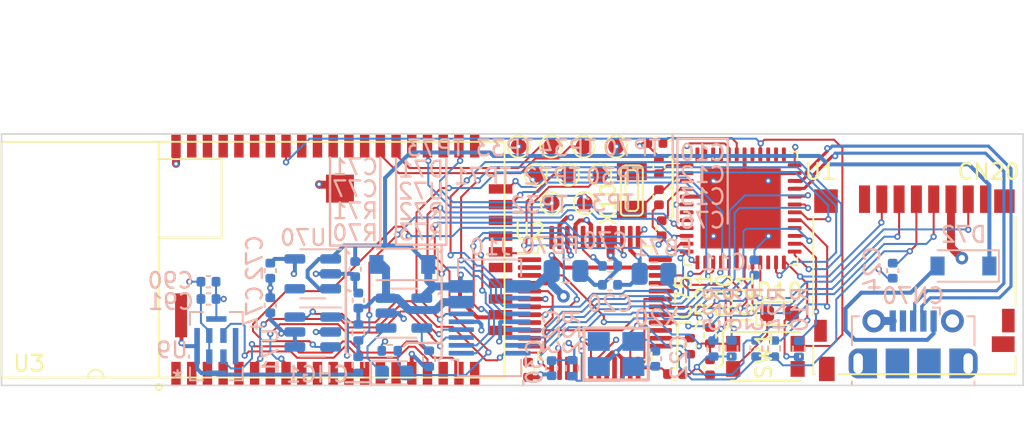
<source format=kicad_pcb>
(kicad_pcb (version 20211014) (generator pcbnew)
  (layers (0 "F.Cu" signal) (1 "In1.Cu" signal) (2 "In2.Cu" signal) (31 "B.Cu" signal) (34 "B.Paste" user) (35 "F.Paste" user) (36 "B.SilkS" user "B.Silkscreen") (37 "F.SilkS" user "F.Silkscreen") (38 "B.Mask" user) (39 "F.Mask" user) (44 "Edge.Cuts" user))
  (net 0 "")
  (net 1 "Net-(C10-Pad1)")
  (net 2 "GND")
  (net 3 "Net-(C12-Pad1)")
  (net 4 "Net-(C13-Pad1)")
  (net 5 "Net-(C20-Pad1)")
  (net 6 "GNDA")
  (net 7 "/~{RESET}")
  (net 8 "Net-(C22-Pad1)")
  (net 9 "Net-(C23-Pad1)")
  (net 10 "+3.3VA")
  (net 11 "+3V3")
  (net 12 "VDDA")
  (net 13 "VBUS")
  (net 14 "+1V8")
  (net 15 "/AREF")
  (net 16 "+BATT")
  (net 18 "/MISO")
  (net 19 "/SCLK")
  (net 20 "/MOSI")
  (net 21 "/D5")
  (net 23 "/D13")
  (net 24 "/GPIO1")
  (net 25 "/D6")
  (net 26 "/GPIO0")
  (net 27 "Net-(R21-Pad1)")
  (net 28 "/SCL")
  (net 29 "/SDA")
  (net 30 "/A5")
  (net 31 "/D2")
  (net 32 "/CHRG_STAT")
  (net 33 "Net-(R73-Pad1)")
  (net 34 "/A4")
  (net 35 "/vs1053_RIGHT")
  (net 36 "/vs1053_LEFT")
  (net 37 "/AOHPR")
  (net 38 "/AOHPL")
  (net 39 "/PWR(MFB)")
  (net 40 "/LED1")
  (net 41 "/LED2")
  (net 42 "/DN")
  (net 43 "/DP")
  (net 44 "/A0")
  (net 45 "/A1")
  (net 46 "/A2")
  (net 47 "/D9")
  (net 48 "/D4")
  (net 49 "/D3")
  (net 50 "/BM83_UART_RX")
  (net 51 "/BM83_UART_TX")
  (net 53 "/D11")
  (net 54 "/D10")
  (net 55 "/D7")
  (net 56 "/D-")
  (net 57 "/D+")
  (net 62 "/SWCLK")
  (net 63 "/SWDIO")
  (net 71 "/CLKOUT")
  (net 77 "/DR1")
  (net 78 "/RFS1")
  (net 79 "/SCLK1")
  (net 80 "/DT1")
  (net 81 "/MCLK1")
  (net 82 "/AOHPM")
  (net 83 "/MICN2")
  (net 84 "/MICP2")
  (net 85 "/AIR")
  (net 86 "/AIL")
  (net 87 "/MICN1")
  (net 88 "/MICP1")
  (net 89 "/MICBIAS")
  (net 90 "/DMIC1_CLK")
  (net 91 "/DMIC1_R")
  (net 92 "/DMIC1_L")
  (net 93 "/P3_2")
  (net 94 "/P2_6")
  (net 95 "/BAT_IN")
  (net 96 "/SYS_PWR")
  (net 97 "/VDD_IO")
  (net 98 "/SK1_AMB_DET")
  (net 99 "/SK2_KEY_AD")
  (net 100 "/P3_4")
  (net 101 "/P0_2")
  (net 102 "/P0_6")
  (net 103 "/P0_3")
  (net 104 "/P2_7")
  (net 105 "/P0_5")
  (net 106 "/P1_6")
  (net 107 "/P2_3")
  (net 108 "/P0_1")
  (net 109 "/P0_7")
  (net 110 "/P1_2")
  (net 111 "/P1_3")
  (net 112 "/P3_7")
  (net 113 "/P0_0")
  (net 115 "Net-(CHG1-Pad1)")
  (net 116 "Net-(CN70-Pad1)")
  (net 117 "Net-(D10-Pad2)")
  (net 118 "/A3")
  (net 120 "/D12")
  (footprint "Resistor_SMD:R_0402_1005Metric" (layer "F.Cu") (at 110.075 92.825 -90)
    (fp_text reference "R20")
    (fp_text value "100K")
  )
  (footprint "TestPoint:TestPoint_Pad_D1.0mm" (layer "F.Cu") (at 99 82.6)
    (fp_text reference "TP71")
    (fp_text value "3.3V")
  )
  (footprint "TestPoint:TestPoint_Pad_D1.0mm" (layer "F.Cu") (at 100 84.4)
    (fp_text reference "TP32")
    (fp_text value "BM83_LED2")
  )
  (footprint "TestPoint:TestPoint_Pad_D1.0mm" (layer "F.Cu") (at 103.1 82.6)
    (fp_text reference "TP30")
    (fp_text value "BM83_MFB")
  )
  (footprint "Capacitor_SMD:C_0402_1005Metric" (layer "F.Cu") (at 107 86 -90)
    (fp_text reference "C76")
    (fp_text value "1uF")
  )
  (footprint "TestPoint:TestPoint_Pad_D1.0mm" (layer "F.Cu") (at 99.966666 80.8)
    (fp_text reference "TP33")
    (fp_text value "BM83_USB_DN")
  )
  (footprint "Capacitor_SMD:C_0402_1005Metric" (layer "F.Cu") (at 106.825 84.025 -90)
    (fp_text reference "C13")
    (fp_text value "22pF")
  )
  (footprint "Capacitor_SMD:C_0402_1005Metric" (layer "F.Cu") (at 107.85 95.275)
    (fp_text reference "C75")
    (fp_text value "10uF")
  )
  (footprint "TestPoint:TestPoint_Pad_D1.0mm" (layer "F.Cu") (at 102.033332 80.8)
    (fp_text reference "TP34")
    (fp_text value "BM83_USB_DP")
  )
  (footprint "TestPoint:TestPoint_Pad_D1.0mm" (layer "F.Cu") (at 104.1 80.8)
    (fp_text reference "TP70")
    (fp_text value "5V VBUS")
  )
  (footprint "BM83:BM83" (layer "F.Cu") (at 97 95.5 90)
    (fp_text reference "U3")
    (fp_text value "BM83")
  )
  (footprint "Connector_Card:microSD_HC_Hirose_DM3D-SF" (layer "F.Cu") (at 123.08 89.5 180)
    (fp_text reference "CN20")
    (fp_text value "2908-05WB-M6")
  )
  (footprint "Resistor_SMD:R_0402_1005Metric" (layer "F.Cu") (at 108.8 93.5 -90)
    (fp_text reference "R21")
    (fp_text value "100K")
  )
  (footprint "TestPoint:TestPoint_Pad_D1.0mm" (layer "F.Cu") (at 102.1 84.4)
    (fp_text reference "TP31")
    (fp_text value "BM83_LED1")
  )
  (footprint "Button_Switch_SMD:SW_Push_1P1T_NO_CK_KMR2" (layer "F.Cu") (at 113.6 94.15)
    (fp_text reference "SW1")
    (fp_text value "SPST_TACT-KMR2")
  )
  (footprint "Capacitor_SMD:C_0402_1005Metric" (layer "F.Cu") (at 106.6 80.575 180)
    (fp_text reference "C10")
    (fp_text value "1uF")
  )
  (footprint "Capacitor_SMD:C_0402_1005Metric" (layer "F.Cu") (at 98.5 95 -90)
    (fp_text reference "C30")
    (fp_text value "10uF")
  )
  (footprint "Package_QFP:LQFP-48_7x7mm_P0.5mm" (layer "F.Cu") (at 102.75 90.75)
    (fp_text reference "U2")
    (fp_text value "VS1053B")
  )
  (footprint "other footprints:XTAL3215" (layer "F.Cu") (at 105.1 83.6 90)
    (fp_text reference "X10")
    (fp_text value "32.768")
  )
  (footprint "TestPoint:TestPoint_Pad_D1.0mm" (layer "F.Cu") (at 97.9 80.8)
    (fp_text reference "TP73")
    (fp_text value "GND")
  )
  (footprint "Capacitor_SMD:C_0402_1005Metric" (layer "F.Cu") (at 106.825 82.05 90)
    (fp_text reference "C12")
    (fp_text value "22pF")
  )
  (footprint "Capacitor_SMD:C_0402_1005Metric" (layer "F.Cu") (at 110.075 94.85 -90)
    (fp_text reference "C21")
    (fp_text value "0.1µF")
  )
  (footprint "LED_SMD:LED_0603_1608Metric" (layer "F.Cu") (at 114.5 91.425)
    (fp_text reference "D10")
    (fp_text value "RED")
  )
  (footprint "TestPoint:TestPoint_Pad_D1.0mm" (layer "F.Cu") (at 101.05 82.6)
    (fp_text reference "TP72")
    (fp_text value "1.8V")
  )
  (footprint "Package_DFN_QFN:TQFN-48-1EP_7x7mm_P0.5mm_EP5.1x5.1mm" (layer "F.Cu") (at 112.025 84.7375)
    (fp_text reference "U1")
    (fp_text value "ATSAMD21G18_QFN")
  )
  (footprint "LED_SMD:LED_0603_1608Metric" (layer "B.Cu") (at 90 95.2)
    (fp_text reference "CHG1")
    (fp_text value "ORANGE")
  )
  (footprint "Resistor_SMD:R_0805_2012Metric" (layer "B.Cu") (at 100.9125 88.72)
    (fp_text reference "FB70")
    (fp_text value "FERITTE")
  )
  (footprint "other footprints:CRYSTAL_3.2X2.5" (layer "B.Cu") (at 104.1 94 180)
    (fp_text reference "X20")
    (fp_text value "ABM8G-12.288MHZ-4Y-T3")
  )
  (footprint "Resistor_SMD:R_0402_1005Metric" (layer "B.Cu") (at 110.29 93.65 90)
    (fp_text reference "R25")
    (fp_text value "100K")
  )
  (footprint "Capacitor_SMD:C_0402_1005Metric" (layer "B.Cu") (at 106.6 94.3 90)
    (fp_text reference "C22")
    (fp_text value "22pF")
  )
  (footprint "Resistor_SMD:R_0402_1005Metric" (layer "B.Cu") (at 111.45 93.65 90)
    (fp_text reference "R26")
    (fp_text value "100K")
  )
  (footprint "Resistor_SMD:R_0402_1005Metric" (layer "B.Cu") (at 89.7 93.8)
    (fp_text reference "R72")
    (fp_text value "1K")
  )
  (footprint "Resistor_SMD:R_0402_1005Metric" (layer "B.Cu") (at 87.7 94.69 -90)
    (fp_text reference "R70")
    (fp_text value "100K")
  )
  (footprint "Capacitor_SMD:C_0402_1005Metric" (layer "B.Cu") (at 82.1 90.9 90)
    (fp_text reference "C74")
    (fp_text value "10uF")
  )
  (footprint "Diode_SMD:D_SOD-123" (layer "B.Cu") (at 90.5 88.3 180)
    (fp_text reference "D71")
    (fp_text value "MBR120")
  )
  (footprint "Connector_USB:USB_Micro-B_Molex-105017-0001" (layer "B.Cu") (at 123 93.3625 180)
    (fp_text reference "CN70")
    (fp_text value "microUSB")
  )
  (footprint "Resistor_SMD:R_0402_1005Metric" (layer "B.Cu") (at 114.15 93.65 90)
    (fp_text reference "R24")
    (fp_text value "100K")
  )
  (footprint "Resistor_SMD:R_0402_1005Metric" (layer "B.Cu") (at 92.2 94.3 -90)
    (fp_text reference "R73")
    (fp_text value "10K")
  )
  (footprint "Resistor_SMD:R_0805_2012Metric" (layer "B.Cu") (at 106.5125 88.9 180)
    (fp_text reference "FB71")
    (fp_text value "FERITTE")
  )
  (footprint "Capacitor_SMD:C_0402_1005Metric" (layer "B.Cu") (at 87.5 88.6 -90)
    (fp_text reference "C71")
    (fp_text value "10uF")
  )
  (footprint "Resistor_SMD:R_0402_1005Metric" (layer "B.Cu") (at 113.02 93.65 90)
    (fp_text reference "R23")
    (fp_text value "100K")
  )
  (footprint "PDM footprints:MP34DT01TR-M" (layer "B.Cu") (at 78.665642 93.5)
    (fp_text reference "U9")
    (fp_text value "MP34DT01TR-M" hide)
  )
  (footprint "Diode_SMD:D_SOD-123" (layer "B.Cu") (at 126.2 88.4 180)
    (fp_text reference "D72")
    (fp_text value "MBR120")
  )
  (footprint "Capacitor_SMD:C_0402_1005Metric" (layer "B.Cu") (at 100 94.9 -90)
    (fp_text reference "C23")
    (fp_text value "22pF")
  )
  (footprint "Capacitor_SMD:C_0402_1005Metric" (layer "B.Cu") (at 78.165642 89.4)
    (fp_text reference "C90")
    (fp_text value "10uF")
  )
  (footprint "Package_TO_SOT_SMD:SOT-23-5" (layer "B.Cu") (at 84.8 88.9 180)
    (fp_text reference "U70")
    (fp_text value "SPX3819-3.3")
  )
  (footprint "Package_TO_SOT_SMD:SOT-23-5" (layer "B.Cu") (at 90.6 91.4)
    (fp_text reference "U72")
    (fp_text value "MCP73831T-2ACI/OT")
  )
  (footprint "Capacitor_SMD:C_0402_1005Metric" (layer "B.Cu") (at 121.7 88.7 -90)
    (fp_text reference "C24")
    (fp_text value "1uF")
  )
  (footprint "Capacitor_SMD:C_0402_1005Metric" (layer "B.Cu") (at 112.9 88.5 90)
    (fp_text reference "C11")
    (fp_text value "1uF")
  )
  (footprint "Resistor_SMD:R_0402_1005Metric" (layer "B.Cu") (at 101.3 94.9 90)
    (fp_text reference "R22")
    (fp_text value "1M")
  )
  (footprint "Capacitor_SMD:C_0402_1005Metric" (layer "B.Cu") (at 87.7 90.6 90)
    (fp_text reference "C77")
    (fp_text value "10uF")
  )
  (footprint "Package_TO_SOT_SMD:SOT-23-6" (layer "B.Cu") (at 84.8 92.6 180)
    (fp_text reference "U71")
    (fp_text value "AP7312-1833W6-7")
  )
  (footprint "Resistor_SMD:R_0402_1005Metric" (layer "B.Cu") (at 87.7 92.63 -90)
    (fp_text reference "R71")
    (fp_text value "100k")
  )
  (footprint "Capacitor_SMD:C_0402_1005Metric" (layer "B.Cu") (at 103.7125 88.4)
    (fp_text reference "C20")
    (fp_text value "1uF")
  )
  (footprint "Capacitor_SMD:C_0402_1005Metric" (layer "B.Cu") (at 78.165642 90.5)
    (fp_text reference "C91")
    (fp_text value "0.1uF")
  )
  (footprint "Connector_Hirose:Hirose_DF12_DF12E3.0-20DP-0.5V_2x10_P0.50mm_Vertical" (layer "B.Cu") (at 96.05 91.7 90)
    (fp_text reference "J10")
    (fp_text value "Conn_01x20_Female")
  )
  (footprint "Capacitor_SMD:C_0402_1005Metric" (layer "B.Cu") (at 82.1 88.7 -90)
    (fp_text reference "C72")
    (fp_text value "10uF")
  )
  (footprint "Capacitor_SMD:C_0402_1005Metric" (layer "B.Cu") (at 103.7125 89.6 180)
    (fp_text reference "C70")
    (fp_text value "1uF")
  )
  (footprint "Resistor_SMD:R_0402_1005Metric" (layer "B.Cu") (at 115.73 93.67 -90)
    (fp_text reference "R10")
    (fp_text value "2.2K")
  )
  (gr_line (start 86.9 87.1) (end 86.9 93.9) (layer "B.SilkS") (width 0.15))
  (gr_line (start 93 90) (end 92.8 90.2) (layer "B.SilkS") (width 0.15))
  (gr_line (start 86.9 95.8) (end 88.5 95.8) (layer "B.SilkS") (width 0.15))
  (gr_line (start 93 87.4) (end 92.9 87.5) (layer "B.SilkS") (width 0.15))
  (gr_line (start 111.2 80.3) (end 111.2 85.7) (layer "B.SilkS") (width 0.15))
  (gr_line (start 86.9 89.9) (end 87.2 90) (layer "B.SilkS") (width 0.15))
  (gr_line (start 98.2 95.7) (end 98.2 96) (layer "B.SilkS") (width 0.15))
  (gr_line (start 93 93.3) (end 90.8 93.3) (layer "B.SilkS") (width 0.15))
  (gr_line (start 108 85.7) (end 108 80.3) (layer "B.SilkS") (width 0.15))
  (gr_line (start 86.9 87.4) (end 87.1 87.6) (layer "B.SilkS") (width 0.15))
  (gr_line (start 93 94.2) (end 92.8 94.4) (layer "B.SilkS") (width 0.15))
  (gr_line (start 90.8 93.3) (end 90.6 93.5) (layer "B.SilkS") (width 0.15))
  (gr_line (start 93.3 81.55) (end 93.3 87.05) (layer "B.SilkS") (width 0.15))
  (gr_line (start 89.1 81.5) (end 89.1 87.1) (layer "B.SilkS") (width 0.15))
  (gr_line (start 85.9 87.1) (end 85.9 81.5) (layer "B.SilkS") (width 0.15))
  (gr_line (start 86.9 93.9) (end 87.2 94.1) (layer "B.SilkS") (width 0.15))
  (gr_line (start 93 87.1) (end 93 94.2) (layer "B.SilkS") (width 0.15))
  (gr_line (start 93.3 87.05) (end 90.1 87.05) (layer "B.SilkS") (width 0.15))
  (gr_line (start 89.1 87.1) (end 85.9 87.1) (layer "B.SilkS") (width 0.15))
  (gr_line (start 108 81.9) (end 107.7 81.5) (layer "B.SilkS") (width 0.15))
  (gr_line (start 108 80.3) (end 111.2 80.3) (layer "B.SilkS") (width 0.15))
  (gr_line (start 86.9 91.9) (end 87.2 92) (layer "B.SilkS") (width 0.15))
  (gr_line (start 90.1 87.05) (end 90.1 81.55) (layer "B.SilkS") (width 0.15))
  (gr_line (start 107.7 81.5) (end 107.7 80) (layer "B.SilkS") (width 0.15))
  (gr_line (start 108 92) (end 108 94.8) (layer "F.SilkS") (width 0.15))
  (gr_line (start 107.7 80.3) (end 107.5 80.4) (layer "F.SilkS") (width 0.15))
  (gr_line (start 109.5 91.7) (end 109.1 92.4) (layer "F.SilkS") (width 0.15))
  (gr_line (start 111.7 91.85) (end 112.7 91.85) (layer "F.SilkS") (width 0.15))
  (gr_line (start 108 92) (end 108.8 92) (layer "F.SilkS") (width 0.15))
  (gr_line (start 110.9 94.6) (end 110.7 94.8) (layer "F.SilkS") (width 0.15))
  (gr_line (start 107.7 83.4) (end 107.5 83.5) (layer "F.SilkS") (width 0.15))
  (gr_line (start 110.9 94.6) (end 110.9 92.55) (layer "F.SilkS") (width 0.15))
  (gr_line (start 107.7 81.4) (end 107.5 81.5) (layer "F.SilkS") (width 0.15))
  (gr_line (start 107.7 85.3) (end 107.5 85.4) (layer "F.SilkS") (width 0.15))
  (gr_line (start 107.7 80) (end 107.7 85.3) (layer "F.SilkS") (width 0.15))
  (gr_line (start 110.9 92.55) (end 111.7 91.85) (layer "F.SilkS") (width 0.15))
  (gr_rect locked (start 65 80) (end 130 96) (layer "Edge.Cuts") (width 0.1) (fill none))
  (segment (start 107.39198 80.26302) (end 107.08 80.575) (width 0.127) (layer "F.Cu") (net 1))
  (segment (start 111.135874 80.26302) (end 107.39198 80.26302) (width 0.127) (layer "F.Cu") (net 1))
  (segment (start 111.775 81.3) (end 111.775 80.575) (width 0.127) (layer "F.Cu") (net 1))
  (segment (start 111.775 80.575) (end 111.46302 80.26302) (width 0.127) (layer "F.Cu") (net 1))
  (segment (start 111.46302 80.26302) (end 111.06302 80.26302) (width 0.127) (layer "F.Cu") (net 1))
  (segment (start 105.788 80.575) (end 105.6 80.763) (width 0.127) (layer "F.Cu") (net 2))
  (segment (start 103.84854 93.9) (end 104.1 93.9) (width 0.254) (layer "F.Cu") (net 2))
  (segment (start 115.4625 82.4875) (end 114.275 82.4875) (width 0.254) (layer "F.Cu") (net 2))
  (segment (start 86.53 83.23) (end 85.23 83.23) (width 0.508) (layer "F.Cu") (net 2))
  (segment (start 76.1 80.5) (end 76.1 81.9) (width 0.508) (layer "F.Cu") (net 2))
  (segment (start 106.12 80.745) (end 106.45 81.075) (width 0.127) (layer "F.Cu") (net 2))
  (segment (start 101.436989 94.849489) (end 101.436989 93.650447) (width 0.127) (layer "F.Cu") (net 2))
  (segment (start 103.5 94.24854) (end 103.84854 93.9) (width 0.254) (layer "F.Cu") (net 2))
  (segment (start 76.45 91.32) (end 76.42 91.29) (width 0.254) (layer "F.Cu") (net 2))
  (segment (start 107.075 86.48) (end 107.075 86.762011) (width 0.127) (layer "F.Cu") (net 2))
  (segment (start 106.42698 84.90302) (end 106.42698 85.90698) (width 0.127) (layer "F.Cu") (net 2))
  (segment (start 110.075 95.33) (end 109.74 95.33) (width 0.127) (layer "F.Cu") (net 2))
  (segment (start 98.5875 89.5) (end 99.921717 89.5) (width 0.254) (layer "F.Cu") (net 2))
  (segment (start 125.405 85.405) (end 125.405 87.205) (width 0.508) (layer "F.Cu") (net 2))
  (segment (start 104.5 94.9125) (end 104.5 94.3) (width 0.254) (layer "F.Cu") (net 2))
  (segment (start 111.55 94.95) (end 113.7 92.8) (width 0.127) (layer "F.Cu") (net 2))
  (segment (start 104.5 94.3) (end 104.1 93.9) (width 0.254) (layer "F.Cu") (net 2))
  (segment (start 104 94.9125) (end 104 94) (width 0.254) (layer "F.Cu") (net 2))
  (segment (start 111.775 88.175) (end 111.775 84.9875) (width 0.254) (layer "F.Cu") (net 2))
  (segment (start 103.5 94.9125) (end 103.5 94.24854) (width 0.254) (layer "F.Cu") (net 2))
  (segment (start 85.23 83.23) (end 85.2 83.2) (width 0.508) (layer "F.Cu") (net 2))
  (segment (start 113.7125 92.7875) (end 113.7125 91.425) (width 0.127) (layer "F.Cu") (net 2))
  (segment (start 91.1 95.5) (end 91.1 94) (width 0.254) (layer "F.Cu") (net 2))
  (segment (start 114.275 82.4875) (end 113.78125 82.98125) (width 0.254) (layer "F.Cu") (net 2))
  (segment (start 98.5 95.48) (end 99.12 95.48) (width 0.254) (layer "F.Cu") (net 2))
  (segment (start 99.921717 89.5) (end 100.752637 90.33092) (width 0.254) (layer "F.Cu") (net 2))
  (segment (start 125.405 87.205) (end 126.1 87.9) (width 0.508) (layer "F.Cu") (net 2))
  (segment (start 109.74 95.33) (end 109.24 94.83) (width 0.127) (layer "F.Cu") (net 2))
  (segment (start 107.075 86.762011) (end 106.8 87.037011) (width 0.127) (layer "F.Cu") (net 2))
  (segment (start 113.78125 82.98125) (end 112.025 84.7375) (width 0.254) (layer "F.Cu") (net 2))
  (segment (start 112.275 81.3) (end 112.275 84.4875) (width 0.254) (layer "F.Cu") (net 2))
  (segment (start 104 94) (end 104.1 93.9) (width 0.254) (layer "F.Cu") (net 2))
  (segment (start 101.436989 93.650447) (end 101.089163 93.302621) (width 0.127) (layer "F.Cu") (net 2))
  (segment (start 108.5875 83.9875) (end 111.275 83.9875) (width 0.254) (layer "F.Cu") (net 2))
  (segment (start 106.12 80.575) (end 106.12 80.745) (width 0.127) (layer "F.Cu") (net 2))
  (segment (start 112.275 84.4875) (end 112.025 84.7375) (width 0.254) (layer "F.Cu") (net 2))
  (segment (start 99.12 95.48) (end 99.3 95.3) (width 0.254) (layer "F.Cu") (net 2))
  (segment (start 76.45 93.3) (end 76.45 91.32) (width 0.254) (layer "F.Cu") (net 2))
  (segment (start 111.17 95.33) (end 111.55 94.95) (width 0.127) (layer "F.Cu") (net 2))
  (segment (start 108.33 95.275) (end 108.795 95.275) (width 0.127) (layer "F.Cu") (net 2))
  (segment (start 101.5 94.9125) (end 101.436989 94.849489) (width 0.127) (layer "F.Cu") (net 2))
  (segment (start 102.583557 88.5) (end 100.7755 88.5) (width 0.254) (layer "F.Cu") (net 2))
  (segment (start 106.825 81.45) (end 106.45 81.075) (width 0.127) (layer "F.Cu") (net 2))
  (segment (start 111.775 84.9875) (end 112.025 84.7375) (width 0.254) (layer "F.Cu") (net 2))
  (segment (start 102.583557 88.5) (end 106.9125 88.5) (width 0.254) (layer "F.Cu") (net 2))
  (segment (start 107.075 86.48) (end 106.98 86.48) (width 0.127) (layer "F.Cu") (net 2))
  (segment (start 113.7 92.8) (end 113.7125 92.7875) (width 0.127) (layer "F.Cu") (net 2))
  (segment (start 106.825 81.57) (end 106.825 81.45) (width 0.127) (layer "F.Cu") (net 2))
  (segment (start 108.795 95.275) (end 109.24 94.83) (width 0.127) (layer "F.Cu") (net 2))
  (segment (start 100.7755 88.5) (end 100 87.7245) (width 0.254) (layer "F.Cu") (net 2))
  (segment (start 110.075 95.33) (end 111.17 95.33) (width 0.127) (layer "F.Cu") (net 2))
  (segment (start 106.12 80.575) (end 105.788 80.575) (width 0.127) (layer "F.Cu") (net 2))
  (segment (start 125.405 84.15) (end 125.405 85.405) (width 0.508) (layer "F.Cu") (net 2))
  (segment (start 111.275 83.9875) (end 112.025 84.7375) (width 0.254) (layer "F.Cu") (net 2))
  (segment (start 106.825 84.505) (end 106.42698 84.90302) (width 0.127) (layer "F.Cu") (net 2))
  (segment (start 106.42698 85.90698) (end 107 86.48) (width 0.127) (layer "F.Cu") (net 2))
  (via (at 79.132003 90.5) (size 0.4) (drill 0.2) (layers "F.Cu" "B.Cu") (net 2))
  (via (at 101.089163 93.302621) (size 0.4) (drill 0.2) (layers "F.Cu" "B.Cu") (net 2))
  (via (at 105.6 80.763) (size 0.4) (drill 0.2) (layers "F.Cu" "B.Cu") (net 2))
  (via (at 76.1 81.9) (size 0.4) (drill 0.2) (layers "F.Cu" "B.Cu") (net 2))
  (via (at 85 92.6) (size 0.4) (drill 0.2) (layers "F.Cu" "B.Cu") (net 2))
  (via (at 110.3 86.5) (size 0.4) (drill 0.2) (layers "F.Cu" "B.Cu") (net 2))
  (via (at 104.1 93.9) (size 0.4) (drill 0.2) (layers "F.Cu" "B.Cu") (net 2))
  (via (at 76.45 93.3) (size 0.4) (drill 0.2) (layers "F.Cu" "B.Cu") (net 2))
  (via (at 85 88.9) (size 0.4) (drill 0.2) (layers "F.Cu" "B.Cu") (net 2))
  (via (at 91.1 94) (size 0.4) (drill 0.2) (layers "F.Cu" "B.Cu") (net 2))
  (via (at 100 87.7245) (size 0.4) (drill 0.2) (layers "F.Cu" "B.Cu") (net 2))
  (via (at 113.78125 82.98125) (size 0.4) (drill 0.2) (layers "F.Cu" "B.Cu") (net 2))
  (via (at 120.8 88.6) (size 0.4) (drill 0.2) (layers "F.Cu" "B.Cu") (net 2))
  (via (at 106.8 87.037011) (size 0.4) (drill 0.2) (layers "F.Cu" "B.Cu") (net 2))
  (via (at 100.752637 90.33092) (size 0.8) (drill 0.4) (layers "F.Cu" "B.Cu") (net 2))
  (via (at 110.3 83) (size 0.4) (drill 0.2) (layers "F.Cu" "B.Cu") (net 2))
  (via (at 109.24 94.83) (size 0.4) (drill 0.2) (layers "F.Cu" "B.Cu") (net 2))
  (via (at 82.1 89.8) (size 0.4) (drill 0.2) (layers "F.Cu" "B.Cu") (net 2))
  (via (at 113.8 86.5) (size 0.4) (drill 0.2) (layers "F.Cu" "B.Cu") (net 2))
  (via (at 85.2 83.2) (size 0.4) (drill 0.2) (layers "F.Cu" "B.Cu") (net 2))
  (via (at 97.9 80.8) (size 0.4) (drill 0.2) (layers "F.Cu" "B.Cu") (net 2))
  (via (at 126.1 87.9) (size 0.8) (drill 0.4) (layers "F.Cu" "B.Cu") (net 2))
  (via (at 90.584423 91.759073) (size 0.4) (drill 0.2) (layers "F.Cu" "B.Cu") (net 2))
  (via (at 99.3 95.3) (size 0.4) (drill 0.2) (layers "F.Cu" "B.Cu") (net 2))
  (segment (start 112.9 88.02) (end 112.9 87.4) (width 0.127) (layer "B.Cu") (net 2))
  (segment (start 103.2 94.8) (end 103 94.8) (width 0.254) (layer "B.Cu") (net 2))
  (segment (start 77.440092 93.5) (end 76.65 93.5) (width 0.254) (layer "B.Cu") (net 2))
  (segment (start 77.7272 95.2272) (end 78.665642 95.2272) (width 0.254) (layer "B.Cu") (net 2))
  (segment (start 106.6 93.5) (end 106.2 93.1) (width 0.127) (layer "B.Cu") (net 2))
  (segment (start 87.5 89.08) (end 87.5 89.92) (width 0.254) (layer "B.Cu") (net 2))
  (segment (start 90.22535 91.4) (end 90.584423 91.759073) (width 0.254) (layer "B.Cu") (net 2))
  (segment (start 78.665642 95.2272) (end 78.747173 95.308731) (width 0.254) (layer "B.Cu") (net 2))
  (segment (start 121.7 89.18) (end 121.38 89.18) (width 0.127) (layer "B.Cu") (net 2))
  (segment (start 100 88.72) (end 100 89.578283) (width 0.508) (layer "B.Cu") (net 2))
  (segment (start 87.591269 95.308731) (end 78.747173 95.308731) (width 0.254) (layer "B.Cu") (net 2))
  (segment (start 78.665642 91.7728) (end 78.665642 90.52) (width 0.127) (layer "B.Cu") (net 2))
  (segment (start 87.5 89.92) (end 87.7 90.12) (width 0.254) (layer "B.Cu") (net 2))
  (segment (start 120.5 91.9) (end 121.696489 91.9) (width 0.508) (layer "B.Cu") (net 2))
  (segment (start 85.9375 88.9) (end 87.32 88.9) (width 0.254) (layer "B.Cu") (net 2))
  (segment (start 82.1 90.42) (end 82.1 89.8) (width 0.254) (layer "B.Cu") (net 2))
  (segment (start 99.92 95.3) (end 100 95.38) (width 0.254) (layer "B.Cu") (net 2))
  (segment (start 78.645642 90.5) (end 79.132003 90.5) (width 0.127) (layer "B.Cu") (net 2))
  (segment (start 87.591269 95.308731) (end 87.7 95.2) (width 0.254) (layer "B.Cu") (net 2))
  (segment (start 85.9375 92.6) (end 85 92.6) (width 0.254) (layer "B.Cu") (net 2))
  (segment (start 78.645642 90.5) (end 78.645642 89.4) (width 0.127) (layer "B.Cu") (net 2))
  (segment (start 112.9 87.4) (end 113.8 86.5) (width 0.127) (layer "B.Cu") (net 2))
  (segment (start 111.45 94.16) (end 110.29 94.16) (width 0.127) (layer "B.Cu") (net 2))
  (segment (start 106.6 93.82) (end 106.6 93.5) (width 0.127) (layer "B.Cu") (net 2))
  (segment (start 76.65 93.5) (end 76.45 93.3) (width 0.254) (layer "B.Cu") (net 2))
  (segment (start 89.4625 91.4) (end 90.22535 91.4) (width 0.254) (layer "B.Cu") (net 2))
  (segment (start 92.2 94.81) (end 91.91 94.81) (width 0.254) (layer "B.Cu") (net 2))
  (segment (start 104.8 93.2) (end 105.2 93.2) (width 0.254) (layer "B.Cu") (net 2))
  (segment (start 121.38 89.18) (end 120.8 88.6) (width 0.127) (layer "B.Cu") (net 2))
  (segment (start 99.3 95.3) (end 99.92 95.3) (width 0.254) (layer "B.Cu") (net 2))
  (segment (start 77.440092 93.5) (end 77.440092 94.940092) (width 0.254) (layer "B.Cu") (net 2))
  (segment (start 104.1 93.9) (end 104.8 93.2) (width 0.254) (layer "B.Cu") (net 2))
  (segment (start 99.98 88.72) (end 99 89.7) (width 0.508) (layer "B.Cu") (net 2))
  (segment (start 85.9375 88.9) (end 85 88.9) (width 0.254) (layer "B.Cu") (net 2))
  (segment (start 104.1 93.9) (end 103.2 94.8) (width 0.254) (layer "B.Cu") (net 2))
  (segment (start 109.91 94.16) (end 110.29 94.16) (width 0.127) (layer "B.Cu") (net 2))
  (segment (start 99 89.7) (end 97.3 89.7) (width 0.508) (layer "B.Cu") (net 2))
  (segment (start 105.2 93.1) (end 104.854008 93.1) (width 0.254) (layer "B.Cu") (net 2))
  (segment (start 100 87.7245) (end 100 88.72) (width 0.254) (layer "B.Cu") (net 2))
  (segment (start 82.1 89.18) (end 82.1 89.8) (width 0.254) (layer "B.Cu") (net 2))
  (segment (start 106.2 93.1) (end 105.2 93.1) (width 0.127) (layer "B.Cu") (net 2))
  (segment (start 87.32 88.9) (end 87.5 89.08) (width 0.254) (layer "B.Cu") (net 2))
  (segment (start 91.91 94.81) (end 91.1 94) (width 0.254) (layer "B.Cu") (net 2))
  (segment (start 78.665642 90.52) (end 78.645642 90.5) (width 0.127) (layer "B.Cu") (net 2))
  (segment (start 77.440092 94.940092) (end 77.7272 95.2272) (width 0.254) (layer "B.Cu") (net 2))
  (segment (start 100 89.578283) (end 100.752637 90.33092) (width 0.508) (layer "B.Cu") (net 2))
  (segment (start 109.24 94.83) (end 109.91 94.16) (width 0.127) (layer "B.Cu") (net 2))
  (segment (start 106.695 82.4) (end 105.1 82.4) (width 0.127) (layer "F.Cu") (net 3))
  (segment (start 107.3675 81.9875) (end 106.825 82.53) (width 0.127) (layer "F.Cu") (net 3))
  (segment (start 108.5875 81.9875) (end 107.3675 81.9875) (width 0.127) (layer "F.Cu") (net 3))
  (segment (start 106.825 82.53) (end 106.695 82.4) (width 0.127) (layer "F.Cu") (net 3))
  (segment (start 106.825 83.545) (end 107.13 83.545) (width 0.127) (layer "F.Cu") (net 4))
  (segment (start 108.1875 82.4875) (end 108.5875 82.4875) (width 0.127) (layer "F.Cu") (net 4))
  (segment (start 107.13 83.545) (end 108.1875 82.4875) (width 0.127) (layer "F.Cu") (net 4))
  (segment (start 105.57 84.8) (end 106.825 83.545) (width 0.127) (layer "F.Cu") (net 4))
  (segment (start 105.1 84.8) (end 105.57 84.8) (width 0.127) (layer "F.Cu") (net 4))
  (segment (start 102 87.381994) (end 102.457551 87.839545) (width 0.127) (layer "F.Cu") (net 5))
  (segment (start 102.457551 87.839545) (end 102.645499 87.839545) (width 0.127) (layer "F.Cu") (net 5))
  (segment (start 102 87.381994) (end 102 86.5875) (width 0.127) (layer "F.Cu") (net 5))
  (via (at 102.645499 87.839545) (size 0.4) (drill 0.2) (layers "F.Cu" "B.Cu") (net 5))
  (segment (start 103.205954 88.4) (end 102.645499 87.839545) (width 0.254) (layer "B.Cu") (net 5))
  (segment (start 103.2325 88.4) (end 103.205954 88.4) (width 0.254) (layer "B.Cu") (net 5))
  (segment (start 100.5 85.782165) (end 100.964612 85.317553) (width 0.254) (layer "F.Cu") (net 6))
  (segment (start 100.964612 85.317553) (end 101.219399 85.317553) (width 0.254) (layer "F.Cu") (net 6))
  (segment (start 100.5 86.5875) (end 100.5 85.782165) (width 0.254) (layer "F.Cu") (net 6))
  (segment (start 105.5 86.5875) (end 105.5 86.473989) (width 0.127) (layer "F.Cu") (net 6))
  (segment (start 105.5 86.473989) (end 105.9 86.073989) (width 0.127) (layer "F.Cu") (net 6))
  (segment (start 103.75 87.725) (end 103.75 86.075) (width 0.508) (layer "F.Cu") (net 6))
  (via (at 103.75 87.725) (size 0.4) (drill 0.2) (layers "F.Cu" "B.Cu") (net 6))
  (via (at 95.527595 92.493646) (size 0.4) (drill 0.2) (layers "F.Cu" "B.Cu") (net 6))
  (via (at 105.9 86.073989) (size 0.4) (drill 0.2) (layers "F.Cu" "B.Cu") (net 6))
  (via (at 101.219399 85.317553) (size 0.4) (drill 0.2) (layers "F.Cu" "B.Cu") (net 6))
  (segment (start 102.725 89.6) (end 101.825 88.7) (width 0.254) (layer "B.Cu") (net 6))
  (segment (start 94.25 91.95) (end 95.353022 91.95) (width 0.254) (layer "B.Cu") (net 6))
  (segment (start 103.75 87.725) (end 104.1925 88.1675) (width 0.254) (layer "B.Cu") (net 6))
  (segment (start 104.1925 88.1675) (end 104.1925 88.4) (width 0.254) (layer "B.Cu") (net 6))
  (segment (start 103.2325 89.590242) (end 104.1925 88.630242) (width 0.254) (layer "B.Cu") (net 6))
  (segment (start 95.353022 91.95) (end 95.527595 92.124573) (width 0.254) (layer "B.Cu") (net 6))
  (segment (start 103.2325 89.6) (end 102.725 89.6) (width 0.254) (layer "B.Cu") (net 6))
  (segment (start 95.527595 92.124573) (end 95.527595 92.493646) (width 0.254) (layer "B.Cu") (net 6))
  (segment (start 118.496634 92.759388) (end 117.768011 93.488011) (width 0.127) (layer "F.Cu") (net 7))
  (segment (start 117.768011 93.488011) (end 115.788011 93.488011) (width 0.127) (layer "F.Cu") (net 7))
  (segment (start 109.530909 93.335) (end 109.365892 93.500017) (width 0.127) (layer "F.Cu") (net 7))
  (segment (start 113.531989 80.368011) (end 117.968011 80.368011) (width 0.127) (layer "F.Cu") (net 7))
  (segment (start 113.275 80.625) (end 113.3 80.6) (width 0.127) (layer "F.Cu") (net 7))
  (segment (start 115.788011 93.488011) (end 115.65 93.35) (width 0.127) (layer "F.Cu") (net 7))
  (segment (start 110.075 94.37) (end 110.075 93.335) (width 0.127) (layer "F.Cu") (net 7))
  (segment (start 110.075 93.335) (end 110.09 93.35) (width 0.127) (layer "F.Cu") (net 7))
  (segment (start 113.3 80.6) (end 113.531989 80.368011) (width 0.127) (layer "F.Cu") (net 7))
  (segment (start 103.32274 91.96484) (end 103.32274 91.598862) (width 0.127) (layer "F.Cu") (net 7))
  (segment (start 118.496634 80.896634) (end 118.496634 92.759388) (width 0.127) (layer "F.Cu") (net 7))
  (segment (start 117.968011 80.368011) (end 118.496634 80.896634) (width 0.127) (layer "F.Cu") (net 7))
  (segment (start 103.32274 91.598862) (end 100.723878 89) (width 0.127) (layer "F.Cu") (net 7))
  (segment (start 100.723878 89) (end 98.5875 89) (width 0.127) (layer "F.Cu") (net 7))
  (segment (start 113.275 81.3) (end 113.275 80.625) (width 0.127) (layer "F.Cu") (net 7))
  (segment (start 110.09 93.35) (end 111.55 93.35) (width 0.127) (layer "F.Cu") (net 7))
  (segment (start 83.1 80.5) (end 83.1 81.8) (width 0.127) (layer "F.Cu") (net 7))
  (segment (start 110.075 93.335) (end 109.530909 93.335) (width 0.127) (layer "F.Cu") (net 7))
  (via (at 83.1 81.8) (size 0.4) (drill 0.2) (layers "F.Cu" "B.Cu") (net 7))
  (via (at 113.3 80.6) (size 0.4) (drill 0.2) (layers "F.Cu" "B.Cu") (net 7))
  (via (at 109.365892 93.500017) (size 0.4) (drill 0.2) (layers "F.Cu" "B.Cu") (net 7))
  (via (at 103.32274 91.96484) (size 0.4) (drill 0.2) (layers "F.Cu" "B.Cu") (net 7))
  (segment (start 103.32274 91.96484) (end 105.01786 91.96484) (width 0.127) (layer "B.Cu") (net 7))
  (segment (start 105.01786 91.96484) (end 105.243749 91.738951) (width 0.127) (layer "B.Cu") (net 7))
  (segment (start 109.365892 93.345892) (end 109.365892 93.500017) (width 0.127) (layer "B.Cu") (net 7))
  (segment (start 105.243749 91.737487) (end 106.627487 91.737487) (width 0.127) (layer "B.Cu") (net 7))
  (segment (start 107.65 92.76) (end 108.78 92.76) (width 0.127) (layer "B.Cu") (net 7))
  (segment (start 113 80.3) (end 113.3 80.6) (width 0.127) (layer "B.Cu") (net 7))
  (segment (start 105.243749 91.738951) (end 105.243749 91.737487) (width 0.127) (layer "B.Cu") (net 7))
  (segment (start 83.1 81.8) (end 84.6 80.3) (width 0.127) (layer "B.Cu") (net 7))
  (segment (start 106.627487 91.737487) (end 107.65 92.76) (width 0.127) (layer "B.Cu") (net 7))
  (segment (start 108.78 92.76) (end 109.365892 93.345892) (width 0.127) (layer "B.Cu") (net 7))
  (segment (start 84.6 80.3) (end 113 80.3) (width 0.127) (layer "B.Cu") (net 7))
  (segment (start 102 94.9125) (end 102 93.9) (width 0.127) (layer "F.Cu") (net 8))
  (segment (start 102 93.9) (end 101.9 93.8) (width 0.127) (layer "F.Cu") (net 8))
  (via (at 101.9 93.8) (size 0.4) (drill 0.2) (layers "F.Cu" "B.Cu") (net 8))
  (segment (start 101.920999 95.520999) (end 102.1 95.7) (width 0.127) (layer "B.Cu") (net 8))
  (segment (start 105.2 94.8) (end 104.3 95.7) (width 0.127) (layer "B.Cu") (net 8))
  (segment (start 104.3 95.7) (end 102.1 95.7) (width 0.127) (layer "B.Cu") (net 8))
  (segment (start 101.920999 93.820999) (end 101.920999 95.520999) (width 0.127) (layer "B.Cu") (net 8))
  (segment (start 102.1 95.7) (end 101.59 95.7) (width 0.127) (layer "B.Cu") (net 8))
  (segment (start 106.58 94.8) (end 106.6 94.78) (width 0.127) (layer "B.Cu") (net 8))
  (segment (start 105.2 94.8) (end 106.58 94.8) (width 0.127) (layer "B.Cu") (net 8))
  (segment (start 101.59 95.7) (end 101.3 95.41) (width 0.127) (layer "B.Cu") (net 8))
  (segment (start 101.9 93.8) (end 101.920999 93.820999) (width 0.127) (layer "B.Cu") (net 8))
  (segment (start 102.5 93.616471) (end 101.967561 93.084032) (width 0.127) (layer "F.Cu") (net 9))
  (segment (start 102.5 94.9125) (end 102.5 93.616471) (width 0.127) (layer "F.Cu") (net 9))
  (via (at 101.967561 93.084032) (size 0.4) (drill 0.2) (layers "F.Cu" "B.Cu") (net 9))
  (segment (start 102.984032 93.084032) (end 103 93.1) (width 0.127) (layer "B.Cu") (net 9))
  (segment (start 101.967561 93.084032) (end 102.984032 93.084032) (width 0.127) (layer "B.Cu") (net 9))
  (segment (start 101.436989 94.253011) (end 101.3 94.39) (width 0.127) (layer "B.Cu") (net 9))
  (segment (start 101.436989 93.608213) (end 101.436989 94.253011) (width 0.127) (layer "B.Cu") (net 9))
  (segment (start 101.967561 93.084032) (end 101.96117 93.084032) (width 0.127) (layer "B.Cu") (net 9))
  (segment (start 101.3 94.39) (end 100.03 94.39) (width 0.127) (layer "B.Cu") (net 9))
  (segment (start 100.03 94.39) (end 100 94.42) (width 0.127) (layer "B.Cu") (net 9))
  (segment (start 101.96117 93.084032) (end 101.436989 93.608213) (width 0.127) (layer "B.Cu") (net 9))
  (segment (start 123.205 84.15) (end 123.205 87.04388) (width 0.127) (layer "F.Cu") (net 10))
  (segment (start 108.136011 94.01) (end 108.1 93.973989) (width 0.127) (layer "F.Cu") (net 10))
  (segment (start 103 94.196968) (end 104.096968 93.1) (width 0.127) (layer "F.Cu") (net 10))
  (segment (start 100.5 93.7) (end 100.419666 93.619666) (width 0.254) (layer "F.Cu") (net 10))
  (segment (start 98.5875 90.5) (end 99.6 90.5) (width 0.254) (layer "F.Cu") (net 10))
  (segment (start 107.9 90) (end 106.9125 90) (width 0.254) (layer "F.Cu") (net 10))
  (segment (start 104.096968 93.1) (end 104.1 93.1) (width 0.127) (layer "F.Cu") (net 10))
  (segment (start 108.8 94.01) (end 108.136011 94.01) (width 0.127) (layer "F.Cu") (net 10))
  (segment (start 103 94.9125) (end 103 94.196968) (width 0.127) (layer "F.Cu") (net 10))
  (segment (start 123.205 87.04388) (end 122.78588 87.463) (width 0.127) (layer "F.Cu") (net 10))
  (segment (start 100.5 94.9125) (end 100.5 93.7) (width 0.254) (layer "F.Cu") (net 10))
  (via (at 86.9805 94.100498) (size 0.4) (drill 0.2) (layers "F.Cu" "B.Cu") (net 10))
  (via (at 122.78588 87.463) (size 0.4) (drill 0.2) (layers "F.Cu" "B.Cu") (net 10))
  (via (at 104.1 93.1) (size 0.4) (drill 0.2) (layers "F.Cu" "B.Cu") (net 10))
  (via (at 99.6 90.5) (size 0.4) (drill 0.2) (layers "F.Cu" "B.Cu") (net 10))
  (via (at 107.9 90) (size 0.4) (drill 0.2) (layers "F.Cu" "B.Cu") (net 10))
  (via (at 100.419666 93.619666) (size 0.4) (drill 0.2) (layers "F.Cu" "B.Cu") (net 10))
  (via (at 108.1 93.973989) (size 0.4) (drill 0.2) (layers "F.Cu" "B.Cu") (net 10))
  (segment (start 108.1 94.806568) (end 108.912963 95.619531) (width 0.127) (layer "B.Cu") (net 10))
  (segment (start 121.160539 87.463) (end 122.78588 87.463) (width 0.127) (layer "B.Cu") (net 10))
  (segment (start 108.912963 95.619531) (end 111.660469 95.619531) (width 0.127) (layer "B.Cu") (net 10))
  (segment (start 122.78588 87.463) (end 122.02888 88.22) (width 0.127) (layer "B.Cu") (net 10))
  (segment (start 111.660469 95.619531) (end 113.02 94.26) (width 0.127) (layer "B.Cu") (net 10))
  (segment (start 85.9375 91.65) (end 86.75 91.65) (width 0.254) (layer "B.Cu") (net 10))
  (segment (start 116.56177 94.72) (end 118.107487 93.174283) (width 0.127) (layer "B.Cu") (net 10))
  (segment (start 86.75 91.65) (end 86.9805 91.8805) (width 0.254) (layer "B.Cu") (net 10))
  (segment (start 113.02 94.16) (end 114.15 94.16) (width 0.127) (layer "B.Cu") (net 10))
  (segment (start 86.9805 91.8805) (end 86.9805 94.100498) (width 0.254) (layer "B.Cu") (net 10))
  (segment (start 114.15 94.16) (end 114.71 94.72) (width 0.127) (layer "B.Cu") (net 10))
  (segment (start 122.02888 88.22) (end 121.7 88.22) (width 0.127) (layer "B.Cu") (net 10))
  (segment (start 107.425 89.525) (end 107.9 90) (width 0.254) (layer "B.Cu") (net 10))
  (segment (start 107.425 88.9) (end 107.425 89.525) (width 0.254) (layer "B.Cu") (net 10))
  (segment (start 113.02 94.26) (end 113.02 94.16) (width 0.127) (layer "B.Cu") (net 10))
  (segment (start 118.107487 90.516051) (end 121.160539 87.463) (width 0.127) (layer "B.Cu") (net 10))
  (segment (start 108.1 93.973989) (end 108.1 94.806568) (width 0.127) (layer "B.Cu") (net 10))
  (segment (start 118.107487 93.174283) (end 118.107487 90.516051) (width 0.127) (layer "B.Cu") (net 10))
  (segment (start 114.71 94.72) (end 116.56177 94.72) (width 0.127) (layer "B.Cu") (net 10))
  (segment (start 109.00052 80.59948) (end 108.922085 80.59948) (width 0.127) (layer "F.Cu") (net 11))
  (segment (start 115.4625 80.868511) (end 115.5 80.831011) (width 0.127) (layer "F.Cu") (net 11))
  (segment (start 111.275 89.175) (end 111.9 89.8) (width 0.127) (layer "F.Cu") (net 11))
  (segment (start 110.075 92.315) (end 110.075 91.573711) (width 0.127) (layer "F.Cu") (net 11))
  (segment (start 107.9375 84.4875) (end 107.925 84.5) (width 0.127) (layer "F.Cu") (net 11))
  (segment (start 111.275 81.3) (end 111.275 80.875) (width 0.127) (layer "F.Cu") (net 11))
  (segment (start 108.5875 84.4875) (end 107.9375 84.4875) (width 0.127) (layer "F.Cu") (net 11))
  (segment (start 115.4625 81.9875) (end 115.4625 80.868511) (width 0.127) (layer "F.Cu") (net 11))
  (segment (start 108.922085 80.59948) (end 108.90052 80.59948) (width 0.127) (layer "F.Cu") (net 11))
  (segment (start 108.76352 80.59948) (end 108.6 80.763) (width 0.127) (layer "F.Cu") (net 11))
  (segment (start 99 82.6) (end 99 82.70606) (width 0.127) (layer "F.Cu") (net 11))
  (segment (start 111.275 80.875) (end 110.99948 80.59948) (width 0.127) (layer "F.Cu") (net 11))
  (segment (start 99 82.70606) (end 98.8 82.90606) (width 0.127) (layer "F.Cu") (net 11))
  (segment (start 110.075 91.573711) (end 110.1 91.548711) (width 0.127) (layer "F.Cu") (net 11))
  (segment (start 110.99948 80.59948) (end 109.00052 80.59948) (width 0.127) (layer "F.Cu") (net 11))
  (segment (start 111.9 89.8) (end 111.9 90.1597) (width 0.127) (layer "F.Cu") (net 11))
  (segment (start 108.90052 80.59948) (end 108.76352 80.59948) (width 0.127) (layer "F.Cu") (net 11))
  (segment (start 111.275 88.175) (end 111.275 89.175) (width 0.127) (layer "F.Cu") (net 11))
  (via (at 111.9 90.1597) (size 0.4) (drill 0.2) (layers "F.Cu" "B.Cu") (net 11))
  (via (at 98.8 82.90606) (size 0.4) (drill 0.2) (layers "F.Cu" "B.Cu") (net 11))
  (via (at 110.1 91.548711) (size 0.4) (drill 0.2) (layers "F.Cu" "B.Cu") (net 11))
  (via (at 76.95 89.4) (size 0.4) (drill 0.2) (layers "F.Cu" "B.Cu") (net 11))
  (via (at 107.925 84.5) (size 0.4) (drill 0.2) (layers "F.Cu" "B.Cu") (net 11))
  (via (at 89.4 93.2) (size 0.4) (drill 0.2) (layers "F.Cu" "B.Cu") (net 11))
  (via (at 108.6 80.763) (size 0.4) (drill 0.2) (layers "F.Cu" "B.Cu") (net 11))
  (via (at 82.8 92.7) (size 0.4) (drill 0.2) (layers "F.Cu" "B.Cu") (net 11))
  (via (at 83.6 88.9) (size 0.4) (drill 0.2) (layers "F.Cu" "B.Cu") (net 11))
  (via (at 96.663104 93.199565) (size 0.4) (drill 0.2) (layers "F.Cu" "B.Cu") (net 11))
  (via (at 115.5 80.831011) (size 0.4) (drill 0.2) (layers "F.Cu" "B.Cu") (net 11))
  (segment (start 78.214792 92.5475) (end 77.685642 92.01835) (width 0.127) (layer "B.Cu") (net 11))
  (segment (start 83.6625 87.95) (end 82.37 87.95) (width 0.254) (layer "B.Cu") (net 11))
  (segment (start 112.9 88.98) (end 112.9 89.1597) (width 0.127) (layer "B.Cu") (net 11))
  (segment (start 89.19 93.8) (end 89.19 93.41) (width 0.127) (layer "B.Cu") (net 11))
  (segment (start 77.685642 92.01835) (end 77.685642 90.5) (width 0.127) (layer "B.Cu") (net 11))
  (segment (start 82.1 91.8) (end 82.1 91.38) (width 0.254) (layer "B.Cu") (net 11))
  (segment (start 78.214792 94.176275) (end 78.214792 92.823725) (width 0.127) (layer "B.Cu") (net 11))
  (segment (start 77.685642 89.4) (end 76.95 89.4) (width 0.127) (layer "B.Cu") (net 11))
  (segment (start 97.85 91.95) (end 96.746978 91.95) (width 0.254) (layer "B.Cu") (net 11))
  (segment (start 112.9 89.1597) (end 111.9 90.1597) (width 0.127) (layer "B.Cu") (net 11))
  (segment (start 77.685642 89.4) (end 77.685642 90.5) (width 0.127) (layer "B.Cu") (net 11))
  (segment (start 82.9 92.6) (end 82.8 92.7) (width 0.254) (layer "B.Cu") (net 11))
  (segment (start 83.6625 92.6) (end 82.9 92.6) (width 0.254) (layer "B.Cu") (net 11))
  (segment (start 96.723489 91.973489) (end 96.723489 93.13918) (width 0.254) (layer "B.Cu") (net 11))
  (segment (start 82.9 92.6) (end 82.1 91.8) (width 0.254) (layer "B.Cu") (net 11))
  (segment (start 78.214792 92.823725) (end 78.214792 92.5475) (width 0.127) (layer "B.Cu") (net 11))
  (segment (start 82.37 87.95) (end 82.1 88.22) (width 0.254) (layer "B.Cu") (net 11))
  (segment (start 96.746978 91.95) (end 96.723489 91.973489) (width 0.254) (layer "B.Cu") (net 11))
  (segment (start 83.6625 88.8375) (end 83.6 88.9) (width 0.254) (layer "B.Cu") (net 11))
  (segment (start 83.6625 93.55) (end 83.6625 92.6) (width 0.254) (layer "B.Cu") (net 11))
  (segment (start 96.723489 93.13918) (end 96.663104 93.199565) (width 0.254) (layer "B.Cu") (net 11))
  (segment (start 83.6625 87.95) (end 83.6625 88.8375) (width 0.254) (layer "B.Cu") (net 11))
  (segment (start 89.19 93.41) (end 89.4 93.2) (width 0.127) (layer "B.Cu") (net 11))
  (segment (start 101.52348 85.758685) (end 101.782165 85.5) (width 0.254) (layer "F.Cu") (net 12))
  (segment (start 102.217835 85.5) (end 102.217835 85.483548) (width 0.254) (layer "F.Cu") (net 12))
  (segment (start 102.217835 85.483548) (end 102.226162 85.475221) (width 0.254) (layer "F.Cu") (net 12))
  (segment (start 101.5125 86.5875) (end 101.52348 86.57652) (width 0.254) (layer "F.Cu") (net 12))
  (segment (start 105.407165 87.8) (end 105 87.392835) (width 0.254) (layer "F.Cu") (net 12))
  (segment (start 101.52348 86.57652) (end 101.52348 85.758685) (width 0.254) (layer "F.Cu") (net 12))
  (segment (start 101.5 86.5875) (end 101.5125 86.5875) (width 0.254) (layer "F.Cu") (net 12))
  (segment (start 102.217835 85.5) (end 102.5 85.782165) (width 0.254) (layer "F.Cu") (net 12))
  (segment (start 101.782165 85.5) (end 102.217835 85.5) (width 0.254) (layer "F.Cu") (net 12))
  (segment (start 102.5 85.782165) (end 102.5 86.5875) (width 0.254) (layer "F.Cu") (net 12))
  (segment (start 105 87.392835) (end 105 86.5875) (width 0.254) (layer "F.Cu") (net 12))
  (segment (start 105.5 87.8) (end 105.407165 87.8) (width 0.254) (layer "F.Cu") (net 12))
  (via (at 105.5 87.8) (size 0.4) (drill 0.2) (layers "F.Cu" "B.Cu") (net 12))
  (via (at 102.226162 85.475221) (size 0.4) (drill 0.2) (layers "F.Cu" "B.Cu") (net 12))
  (segment (start 105.6 87.9) (end 105.5 87.8) (width 0.254) (layer "B.Cu") (net 12))
  (segment (start 104.1925 89.6) (end 105 89.6) (width 0.254) (layer "B.Cu") (net 12))
  (segment (start 105.6 88.9) (end 105.6 87.9) (width 0.254) (layer "B.Cu") (net 12))
  (segment (start 105 89.6) (end 105.6 89) (width 0.254) (layer "B.Cu") (net 12))
  (segment (start 96.833142 91.666858) (end 95.256858 91.666858) (width 0.254) (layer "F.Cu") (net 13))
  (segment (start 94.17 89.01) (end 94.22 88.96) (width 0.254) (layer "F.Cu") (net 13))
  (segment (start 95.256858 91.666858) (end 94.17 90.58) (width 0.254) (layer "F.Cu") (net 13))
  (segment (start 94.17 90.58) (end 94.17 89.01) (width 0.254) (layer "F.Cu") (net 13))
  (via (at 104.125 80.8) (size 0.4) (drill 0.2) (layers "F.Cu" "B.Cu") (net 13))
  (via (at 94.22 88.96) (size 0.4) (drill 0.2) (layers "F.Cu" "B.Cu") (net 13))
  (segment (start 92.5 89.7) (end 94.24 89.7) (width 0.508) (layer "B.Cu") (net 13))
  (segment (start 84.473489 89.118089) (end 84.473489 88.681911) (width 0.254) (layer "B.Cu") (net 13))
  (segment (start 126.534405 81.934405) (end 117.565595 81.934405) (width 0.254) (layer "B.Cu") (net 13))
  (segment (start 85.2054 89.85) (end 84.473489 89.118089) (width 0.254) (layer "B.Cu") (net 13))
  (segment (start 94.22 88.96) (end 94.22 89.68) (width 0.254) (layer "B.Cu") (net 13))
  (segment (start 104.1 81.4) (end 104.1 80.825) (width 0.254) (layer "B.Cu") (net 13))
  (segment (start 107.9 81.4) (end 104.1 81.4) (width 0.254) (layer "B.Cu") (net 13))
  (segment (start 94.24 89.7) (end 94.8 89.7) (width 0.508) (layer "B.Cu") (net 13))
  (segment (start 94.8 89.7) (end 94.653511 89.846489) (width 0.508) (layer "B.Cu") (net 13))
  (segment (start 87.5 87.1) (end 86.7875 87.1) (width 0.254) (layer "B.Cu") (net 13))
  (segment (start 117.03119 81.4) (end 107.9 81.4) (width 0.254) (layer "B.Cu") (net 13))
  (segment (start 104.1 81.4) (end 96.3 81.4) (width 0.254) (layer "B.Cu") (net 13))
  (segment (start 89.5 87.1) (end 87.5 87.1) (width 0.254) (layer "B.Cu") (net 13))
  (segment (start 91.75 90.45) (end 92.5 89.7) (width 0.508) (layer "B.Cu") (net 13))
  (segment (start 92.15 88.3) (end 90.95 87.1) (width 0.254) (layer "B.Cu") (net 13))
  (segment (start 86.7875 87.1) (end 85.9375 87.95) (width 0.254) (layer "B.Cu") (net 13))
  (segment (start 104.1 80.825) (end 104.125 80.8) (width 0.254) (layer "B.Cu") (net 13))
  (segment (start 96.3 81.4) (end 96.077573 81.177573) (width 0.254) (layer "B.Cu") (net 13))
  (segment (start 92.15 89.35) (end 92.15 88.3) (width 0.508) (layer "B.Cu") (net 13))
  (segment (start 117.565595 81.934405) (end 117.03119 81.4) (width 0.254) (layer "B.Cu") (net 13))
  (segment (start 85.2054 87.95) (end 85.9375 87.95) (width 0.254) (layer "B.Cu") (net 13))
  (segment (start 89.4 87) (end 89.5 87.1) (width 0.254) (layer "B.Cu") (net 13))
  (segment (start 127.85 83.25) (end 126.534405 81.934405) (width 0.254) (layer "B.Cu") (net 13))
  (segment (start 84.473489 88.681911) (end 85.2054 87.95) (width 0.254) (layer "B.Cu") (net 13))
  (segment (start 91.022427 81.177573) (end 89.4 82.8) (width 0.254) (layer "B.Cu") (net 13))
  (segment (start 85.9375 89.85) (end 85.2054 89.85) (width 0.254) (layer "B.Cu") (net 13))
  (segment (start 127.85 88.4) (end 127.85 83.25) (width 0.254) (layer "B.Cu") (net 13))
  (segment (start 89.4 82.8) (end 89.4 87) (width 0.254) (layer "B.Cu") (net 13))
  (segment (start 87.5 88.12) (end 87.5 87.1) (width 0.254) (layer "B.Cu") (net 13))
  (segment (start 91.7375 90.45) (end 91.75 90.45) (width 0.508) (layer "B.Cu") (net 13))
  (segment (start 94.22 89.68) (end 94.24 89.7) (width 0.254) (layer "B.Cu") (net 13))
  (segment (start 96.077573 81.177573) (end 91.022427 81.177573) (width 0.254) (layer "B.Cu") (net 13))
  (segment (start 92.5 89.7) (end 92.15 89.35) (width 0.508) (layer "B.Cu") (net 13))
  (segment (start 90.95 87.1) (end 89.5 87.1) (width 0.254) (layer "B.Cu") (net 13))
  (segment (start 94.653511 89.846489) (end 94.25 89.846489) (width 0.508) (layer "B.Cu") (net 13))
  (segment (start 84.93648 91.44696) (end 86.670498 91.44696) (width 0.127) (layer "F.Cu") (net 14))
  (segment (start 99.58802 92.48802) (end 104.49468 92.48802) (width 0.127) (layer "F.Cu") (net 14))
  (segment (start 101.05 82.6) (end 100.1 82.6) (width 0.127) (layer "F.Cu") (net 14))
  (segment (start 97.02698 93.91302) (end 96.71 94.23) (width 0.127) (layer "F.Cu") (net 14))
  (segment (start 101.136989 90.993931) (end 101.6 90.53092) (width 0.127) (layer "F.Cu") (net 14))
  (segment (start 86.670498 91.44696) (end 87.207499 91.98396) (width 0.127) (layer "F.Cu") (net 14))
  (segment (start 100 91) (end 100.063011 91.063011) (width 0.127) (layer "F.Cu") (net 14))
  (segment (start 104.49468 92.48802) (end 105.245213 91.737487) (width 0.127) (layer "F.Cu") (net 14))
  (segment (start 93.690289 92.271587) (end 95.818702 94.4) (width 0.127) (layer "F.Cu") (net 14))
  (segment (start 87.207499 91.98396) (end 88.7812 91.98396) (width 0.127) (layer "F.Cu") (net 14))
  (segment (start 93.690278 92.271598) (end 93.690289 92.271587) (width 0.127) (layer "F.Cu") (net 14))
  (segment (start 100.063011 90.936989) (end 100.063011 91.063011) (width 0.127) (layer "F.Cu") (net 14))
  (segment (start 99.390012 93.91302) (end 97.02698 93.91302) (width 0.127) (layer "F.Cu") (net 14))
  (segment (start 105.5 94.9125) (end 105.9 94.5125) (width 0.127) (layer "F.Cu") (net 14))
  (segment (start 100.063011 91.691787) (end 99.58802 92.166778) (width 0.127) (layer "F.Cu") (net 14))
  (segment (start 96.54 94.4) (end 96.71 94.23) (width 0.127) (layer "F.Cu") (net 14))
  (segment (start 99.754798 90) (end 100.063011 90.308213) (width 0.127) (layer "F.Cu") (net 14))
  (segment (start 106.9125 90.5) (end 105.9 90.5) (width 0.127) (layer "F.Cu") (net 14))
  (segment (start 91.079635 90.643022) (end 92.708213 92.271598) (width 0.127) (layer "F.Cu") (net 14))
  (segment (start 107.0075 94.9125) (end 107.37 95.275) (width 0.127) (layer "F.Cu") (net 14))
  (segment (start 88.7812 91.98396) (end 90.122138 90.643022) (width 0.127) (layer "F.Cu") (net 14))
  (segment (start 99.58802 92.48802) (end 99.58802 92.166778) (width 0.127) (layer "F.Cu") (net 14))
  (segment (start 105.837487 91.737487) (end 105.9 91.8) (width 0.127) (layer "F.Cu") (net 14))
  (segment (start 84.8 91.31048) (end 84.93648 91.44696) (width 0.127) (layer "F.Cu") (net 14))
  (segment (start 100.119953 90.993931) (end 101.136989 90.993931) (width 0.127) (layer "F.Cu") (net 14))
  (segment (start 100.063011 90.308213) (end 100.063011 90.936989) (width 0.127) (layer "F.Cu") (net 14))
  (segment (start 90.122138 90.643022) (end 91.079635 90.643022) (width 0.127) (layer "F.Cu") (net 14))
  (segment (start 98.4 86.945218) (end 98.254369 87.090849) (width 0.127) (layer "F.Cu") (net 14))
  (segment (start 98.5875 90) (end 99.754798 90) (width 0.127) (layer "F.Cu") (net 14))
  (segment (start 99.390012 93.91302) (end 99.58802 93.715012) (width 0.127) (layer "F.Cu") (net 14))
  (segment (start 98.5875 91) (end 100 91) (width 0.127) (layer "F.Cu") (net 14))
  (segment (start 100.063011 90.936989) (end 100.119953 90.993931) (width 0.127) (layer "F.Cu") (net 14))
  (segment (start 105.5 94.9125) (end 107.0075 94.9125) (width 0.127) (layer "F.Cu") (net 14))
  (segment (start 100.1 82.6) (end 98.4 84.3) (width 0.127) (layer "F.Cu") (net 14))
  (segment (start 105.9 91.8) (end 105.9 90.5) (width 0.127) (layer "F.Cu") (net 14))
  (segment (start 105.9 94.5125) (end 105.9 91.8) (width 0.127) (layer "F.Cu") (net 14))
  (segment (start 95.818702 94.4) (end 96.54 94.4) (width 0.127) (layer "F.Cu") (net 14))
  (segment (start 100.063011 91.063011) (end 100.063011 91.691787) (width 0.127) (layer "F.Cu") (net 14))
  (segment (start 92.708213 92.271598) (end 93.690278 92.271598) (width 0.127) (layer "F.Cu") (net 14))
  (segment (start 99.58802 93.715012) (end 99.58802 92.48802) (width 0.127) (layer "F.Cu") (net 14))
  (segment (start 105.245213 91.737487) (end 105.837487 91.737487) (width 0.127) (layer "F.Cu") (net 14))
  (segment (start 98.4 84.3) (end 98.4 86.945218) (width 0.127) (layer "F.Cu") (net 14))
  (via (at 101.6 90.53092) (size 0.4) (drill 0.2) (layers "F.Cu" "B.Cu") (net 14))
  (via (at 98.254369 87.090849) (size 0.4) (drill 0.2) (layers "F.Cu" "B.Cu") (net 14))
  (via (at 84.8 91.31048) (size 0.4) (drill 0.2) (layers "F.Cu" "B.Cu") (net 14))
  (via (at 96.71 94.23) (size 0.4) (drill 0.2) (layers "F.Cu" "B.Cu") (net 14))
  (segment (start 101.6 90.53092) (end 101.6 90.240643) (width 0.127) (layer "B.Cu") (net 14))
  (segment (start 101.6 90.240643) (end 100.77552 89.416163) (width 0.127) (layer "B.Cu") (net 14))
  (segment (start 84.46048 91.65) (end 83.6625 91.65) (width 0.127) (layer "B.Cu") (net 14))
  (segment (start 97.85 93.95) (end 96.99 93.95) (width 0.127) (layer "B.Cu") (net 14))
  (segment (start 100.756583 87.356583) (end 100.490849 87.090849) (width 0.127) (layer "B.Cu") (net 14))
  (segment (start 100.77552 87.918937) (end 100.756583 87.9) (width 0.127) (layer "B.Cu") (net 14))
  (segment (start 100.490849 87.090849) (end 98.254369 87.090849) (width 0.127) (layer "B.Cu") (net 14))
  (segment (start 96.99 93.95) (end 96.71 94.23) (width 0.127) (layer "B.Cu") (net 14))
  (segment (start 100.756583 87.9) (end 100.756583 87.356583) (width 0.127) (layer "B.Cu") (net 14))
  (segment (start 100.77552 89.416163) (end 100.77552 87.918937) (width 0.127) (layer "B.Cu") (net 14))
  (segment (start 84.8 91.31048) (end 84.46048 91.65) (width 0.127) (layer "B.Cu") (net 14))
  (segment (start 107.39802 84.279126) (end 108.189646 83.4875) (width 0.127) (layer "F.Cu") (net 15))
  (segment (start 108.189646 83.4875) (end 108.5875 83.4875) (width 0.127) (layer "F.Cu") (net 15))
  (segment (start 107.39802 85.19698) (end 107.39802 84.279126) (width 0.127) (layer "F.Cu") (net 15))
  (segment (start 107.075 85.52) (end 107.39802 85.19698) (width 0.127) (layer "F.Cu") (net 15))
  (segment (start 88.205562 90.994438) (end 88.75 90.45) (width 0.254) (layer "B.Cu") (net 16))
  (segment (start 89.2 88.3) (end 89.4625 88.5625) (width 0.508) (layer "B.Cu") (net 16))
  (segment (start 89.4625 88.5625) (end 89.4625 90.45) (width 0.508) (layer "B.Cu") (net 16))
  (segment (start 87.785562 90.994438) (end 88.205562 90.994438) (width 0.254) (layer "B.Cu") (net 16))
  (segment (start 87.7 91.08) (end 87.785562 90.994438) (width 0.254) (layer "B.Cu") (net 16))
  (segment (start 90.175031 90.45) (end 90.928551 91.20352) (width 0.508) (layer "B.Cu") (net 16))
  (segment (start 87.7 92.12) (end 87.7 91.08) (width 0.254) (layer "B.Cu") (net 16))
  (segment (start 88.75 90.45) (end 89.4625 90.45) (width 0.254) (layer "B.Cu") (net 16))
  (segment (start 88.85 88.3) (end 89.2 88.3) (width 0.508) (layer "B.Cu") (net 16))
  (segment (start 90.928551 91.20352) (end 92.62148 91.20352) (width 0.508) (layer "B.Cu") (net 16))
  (segment (start 93.125 90.7) (end 94.8 90.7) (width 0.508) (layer "B.Cu") (net 16))
  (segment (start 89.4625 90.45) (end 90.175031 90.45) (width 0.508) (layer "B.Cu") (net 16))
  (segment (start 92.62148 91.20352) (end 93.125 90.7) (width 0.508) (layer "B.Cu") (net 16))
  (segment (start 110.123631 91) (end 110.500931 90.6227) (width 0.127) (layer "F.Cu") (net 18))
  (segment (start 126.505 84.15) (end 126.505 86.095) (width 0.127) (layer "F.Cu") (net 18))
  (segment (start 106.9125 91) (end 110.123631 91) (width 0.127) (layer "F.Cu") (net 18))
  (segment (start 113.275 88.175) (end 113.275 90.4) (width 0.127) (layer "F.Cu") (net 18))
  (segment (start 113.275 90.4) (end 113.238 90.437) (width 0.127) (layer "F.Cu") (net 18))
  (via (at 110.500931 90.6227) (size 0.4) (drill 0.2) (layers "F.Cu" "B.Cu") (net 18))
  (via (at 113.238 90.437) (size 0.4) (drill 0.2) (layers "F.Cu" "B.Cu") (net 18))
  (via (at 126.505 86.095) (size 0.4) (drill 0.2) (layers "F.Cu" "B.Cu") (net 18))
  (segment (start 116.217177 89.4) (end 117.8 89.4) (width 0.127) (layer "B.Cu") (net 18))
  (segment (start 113.238 90.437) (end 112.363 90.437) (width 0.127) (layer "B.Cu") (net 18))
  (segment (start 126.48348 86.07348) (end 126.505 86.095) (width 0.127) (layer "B.Cu") (net 18))
  (segment (start 117.8 89.4) (end 121.12652 86.07348) (width 0.127) (layer "B.Cu") (net 18))
  (segment (start 115.180174 90.437) (end 116.217177 89.4) (width 0.127) (layer "B.Cu") (net 18))
  (segment (start 110.500931 90.6227) (end 112.1773 90.6227) (width 0.127) (layer "B.Cu") (net 18))
  (segment (start 113.238 90.437) (end 115.180174 90.437) (width 0.127) (layer "B.Cu") (net 18))
  (segment (start 121.12652 86.07348) (end 126.48348 86.07348) (width 0.127) (layer "B.Cu") (net 18))
  (segment (start 112.363 90.437) (end 112.1773 90.6227) (width 0.127) (layer "B.Cu") (net 18))
  (segment (start 124.305 86.53148) (end 124.305 84.15) (width 0.127) (layer "F.Cu") (net 19))
  (segment (start 112.775 91.325) (end 112.775 88.175) (width 0.127) (layer "F.Cu") (net 19))
  (segment (start 112.7 91.4) (end 112.775 91.325) (width 0.127) (layer "F.Cu") (net 19))
  (segment (start 106.9125 92) (end 108.470119 92) (width 0.127) (layer "F.Cu") (net 19))
  (segment (start 124.3 86.53648) (end 124.305 86.53148) (width 0.127) (layer "F.Cu") (net 19))
  (segment (start 108.470119 92) (end 108.701608 92.231489) (width 0.127) (layer "F.Cu") (net 19))
  (via (at 124.3 86.53648) (size 0.4) (drill 0.2) (layers "F.Cu" "B.Cu") (net 19))
  (via (at 108.701608 92.231489) (size 0.4) (drill 0.2) (layers "F.Cu" "B.Cu") (net 19))
  (via (at 112.7 91.4) (size 0.4) (drill 0.2) (layers "F.Cu" "B.Cu") (net 19))
  (segment (start 115.140712 91.4) (end 116.351182 90.189531) (width 0.127) (layer "B.Cu") (net 19))
  (segment (start 112.7 91.4) (end 115.140712 91.4) (width 0.127) (layer "B.Cu") (net 19))
  (segment (start 117.972238 90.189531) (end 121.161769 87) (width 0.127) (layer "B.Cu") (net 19))
  (segment (start 110.07202 92.231489) (end 110.738509 91.565) (width 0.127) (layer "B.Cu") (net 19))
  (segment (start 123.83648 87) (end 124.3 86.53648) (width 0.127) (layer "B.Cu") (net 19))
  (segment (start 121.161769 87) (end 123.83648 87) (width 0.127) (layer "B.Cu") (net 19))
  (segment (start 112.535 91.565) (end 110.738509 91.565) (width 0.127) (layer "B.Cu") (net 19))
  (segment (start 116.351182 90.189531) (end 117.972238 90.189531) (width 0.127) (layer "B.Cu") (net 19))
  (segment (start 112.535 91.565) (end 112.7 91.4) (width 0.127) (layer "B.Cu") (net 19))
  (segment (start 108.701608 92.231489) (end 110.07202 92.231489) (width 0.127) (layer "B.Cu") (net 19))
  (segment (start 106.9125 91.5) (end 109.2 91.5) (width 0.127) (layer "F.Cu") (net 20))
  (segment (start 109.2 91.5) (end 109.400931 91.700931) (width 0.127) (layer "F.Cu") (net 20))
  (segment (start 122.105 86.43148) (end 122 86.53648) (width 0.127) (layer "F.Cu") (net 20))
  (segment (start 112.275 89.375) (end 112.4 89.5) (width 0.127) (layer "F.Cu") (net 20))
  (segment (start 112.4 90.7) (end 112.4 89.5) (width 0.127) (layer "F.Cu") (net 20))
  (segment (start 112 91.1) (end 112.4 90.7) (width 0.127) (layer "F.Cu") (net 20))
  (segment (start 112.275 88.175) (end 112.275 89.375) (width 0.127) (layer "F.Cu") (net 20))
  (segment (start 122.105 84.15) (end 122.105 86.43148) (width 0.127) (layer "F.Cu") (net 20))
  (via (at 109.400931 91.700931) (size 0.4) (drill 0.2) (layers "F.Cu" "B.Cu") (net 20))
  (via (at 122 86.53648) (size 0.4) (drill 0.2) (layers "F.Cu" "B.Cu") (net 20))
  (via (at 112 91.1) (size 0.4) (drill 0.2) (layers "F.Cu" "B.Cu") (net 20))
  (segment (start 121.16352 86.53648) (end 122 86.53648) (width 0.127) (layer "B.Cu") (net 20))
  (segment (start 116.215934 89.863011) (end 117.836989 89.863011) (width 0.127) (layer "B.Cu") (net 20))
  (segment (start 112 91.1) (end 112.345202 91.1) (width 0.127) (layer "B.Cu") (net 20))
  (segment (start 109.400931 91.507919) (end 109.823139 91.085711) (width 0.127) (layer "B.Cu") (net 20))
  (segment (start 112.545202 90.9) (end 115.178943 90.9) (width 0.127) (layer "B.Cu") (net 20))
  (segment (start 112.345202 91.1) (end 112.545202 90.9) (width 0.127) (layer "B.Cu") (net 20))
  (segment (start 117.836989 89.863011) (end 121.16352 86.53648) (width 0.127) (layer "B.Cu") (net 20))
  (segment (start 109.400931 91.700931) (end 109.400931 91.507919) (width 0.127) (layer "B.Cu") (net 20))
  (segment (start 109.823139 91.085711) (end 111.985711 91.085711) (width 0.127) (layer "B.Cu") (net 20))
  (segment (start 111.985711 91.085711) (end 112 91.1) (width 0.127) (layer "B.Cu") (net 20))
  (segment (start 115.178943 90.9) (end 116.215934 89.863011) (width 0.127) (layer "B.Cu") (net 20))
  (segment (start 121.005 85.607925) (end 121.005 84.15) (width 0.127) (layer "F.Cu") (net 21))
  (segment (start 114.775 88.175) (end 114.912382 88.175) (width 0.127) (layer "F.Cu") (net 21))
  (segment (start 114.912382 88.175) (end 115.810862 89.07348) (width 0.127) (layer "F.Cu") (net 21))
  (segment (start 120.977967 85.634958) (end 121.005 85.607925) (width 0.127) (layer "F.Cu") (net 21))
  (segment (start 116.259517 89.522135) (end 116.259517 91.859517) (width 0.127) (layer "F.Cu") (net 21))
  (segment (start 115.810862 89.07348) (end 116.259517 89.522135) (width 0.127) (layer "F.Cu") (net 21))
  (via (at 116.259517 91.859517) (size 0.4) (drill 0.2) (layers "F.Cu" "B.Cu") (net 21))
  (via (at 120.977967 85.634958) (size 0.4) (drill 0.2) (layers "F.Cu" "B.Cu") (net 21))
  (via (at 115.810862 89.07348) (size 0.4) (drill 0.2) (layers "F.Cu" "B.Cu") (net 21))
  (segment (start 120.977967 85.722033) (end 120.977967 85.634958) (width 0.127) (layer "B.Cu") (net 21))
  (segment (start 120.8 85.9) (end 117.62652 89.07348) (width 0.127) (layer "B.Cu") (net 21))
  (segment (start 114.58 93.14) (end 115.860483 91.859517) (width 0.127) (layer "B.Cu") (net 21))
  (segment (start 115.860483 91.859517) (end 116.259517 91.859517) (width 0.127) (layer "B.Cu") (net 21))
  (segment (start 114.15 93.14) (end 114.58 93.14) (width 0.127) (layer "B.Cu") (net 21))
  (segment (start 117.62652 89.07348) (end 115.810862 89.07348) (width 0.127) (layer "B.Cu") (net 21))
  (segment (start 120.8 85.9) (end 120.977967 85.722033) (width 0.127) (layer "B.Cu") (net 21))
  (segment (start 116.816826 87.871624) (end 116.816826 91.305571) (width 0.127) (layer "F.Cu") (net 23))
  (segment (start 115.4625 86.9875) (end 115.932702 86.9875) (width 0.127) (layer "F.Cu") (net 23))
  (segment (start 115.932702 86.9875) (end 116.816826 87.871624) (width 0.127) (layer "F.Cu") (net 23))
  (via (at 116.816826 91.305571) (size 0.4) (drill 0.2) (layers "F.Cu" "B.Cu") (net 23))
  (segment (start 116.816826 91.305571) (end 116.816826 92.073174) (width 0.127) (layer "B.Cu") (net 23))
  (segment (start 116.816826 92.073174) (end 115.73 93.16) (width 0.127) (layer "B.Cu") (net 23))
  (segment (start 111.4 90.1) (end 110.9 89.6) (width 0.127) (layer "F.Cu") (net 24))
  (segment (start 108.871213 89.6) (end 110.9 89.6) (width 0.127) (layer "F.Cu") (net 24))
  (segment (start 108.871213 89.6) (end 108.271213 89) (width 0.127) (layer "F.Cu") (net 24))
  (segment (start 111.4 92.2) (end 111.6 92.4) (width 0.127) (layer "F.Cu") (net 24))
  (segment (start 108.271213 89) (end 106.9125 89) (width 0.127) (layer "F.Cu") (net 24))
  (segment (start 111.4 90.1) (end 111.4 92.2) (width 0.127) (layer "F.Cu") (net 24))
  (via (at 111.6 92.4) (size 0.4) (drill 0.2) (layers "F.Cu" "B.Cu") (net 24))
  (segment (start 111.45 93.14) (end 111.45 92.55) (width 0.127) (layer "B.Cu") (net 24))
  (segment (start 111.45 92.55) (end 111.6 92.4) (width 0.127) (layer "B.Cu") (net 24))
  (segment (start 105 92.637) (end 105.000498 92.637) (width 0.127) (layer "F.Cu") (net 25))
  (segment (start 105 94.9125) (end 105 92.637) (width 0.127) (layer "F.Cu") (net 25))
  (segment (start 105.000498 92.637) (end 105.437 92.200498) (width 0.127) (layer "F.Cu") (net 25))
  (segment (start 117.529621 90.979051) (end 117.529621 87.229621) (width 0.127) (layer "F.Cu") (net 25))
  (segment (start 117.529621 87.156767) (end 117.529621 87.229621) (width 0.127) (layer "F.Cu") (net 25))
  (segment (start 115.4625 85.4875) (end 115.860354 85.4875) (width 0.127) (layer "F.Cu") (net 25))
  (segment (start 115.860354 85.4875) (end 117.529621 87.156767) (width 0.127) (layer "F.Cu") (net 25))
  (via (at 105.437 92.200498) (size 0.4) (drill 0.2) (layers "F.Cu" "B.Cu") (net 25))
  (via (at 117.529621 90.979051) (size 0.4) (drill 0.2) (layers "F.Cu" "B.Cu") (net 25))
  (segment (start 108.75 93.969191) (end 108.254787 93.473978) (width 0.127) (layer "B.Cu") (net 25))
  (segment (start 112.21 94.57) (end 112.21 93.36) (width 0.127) (layer "B.Cu") (net 25))
  (segment (start 112.43 93.14) (end 113.02 93.14) (width 0.127) (layer "B.Cu") (net 25))
  (segment (start 107.3 93.473978) (end 106.026022 92.2) (width 0.127) (layer "B.Cu") (net 25))
  (segment (start 112.21 93.36) (end 112.43 93.14) (width 0.127) (layer "B.Cu") (net 25))
  (segment (start 108.254787 93.473978) (end 107.3 93.473978) (width 0.127) (layer "B.Cu") (net 25))
  (segment (start 108.75 94.994798) (end 108.75 93.969191) (width 0.127) (layer "B.Cu") (net 25))
  (segment (start 106.026022 92.2) (end 106.025524 92.200498) (width 0.127) (layer "B.Cu") (net 25))
  (segment (start 117.39313 90.84256) (end 116.29744 90.84256) (width 0.127) (layer "B.Cu") (net 25))
  (segment (start 117.529621 90.979051) (end 117.39313 90.84256) (width 0.127) (layer "B.Cu") (net 25))
  (segment (start 106.025524 92.200498) (end 105.437 92.200498) (width 0.127) (layer "B.Cu") (net 25))
  (segment (start 116.29744 90.84256) (end 114.86 92.28) (width 0.127) (layer "B.Cu") (net 25))
  (segment (start 111.486989 95.293011) (end 112.21 94.57) (width 0.127) (layer "B.Cu") (net 25))
  (segment (start 109.048213 95.293011) (end 108.75 94.994798) (width 0.127) (layer "B.Cu") (net 25))
  (segment (start 113.88 92.28) (end 113.02 93.14) (width 0.127) (layer "B.Cu") (net 25))
  (segment (start 111.486989 95.293011) (end 109.048213 95.293011) (width 0.127) (layer "B.Cu") (net 25))
  (segment (start 114.86 92.28) (end 113.88 92.28) (width 0.127) (layer "B.Cu") (net 25))
  (segment (start 110.8 92.3957) (end 111.07348 92.12222) (width 0.127) (layer "F.Cu") (net 26))
  (segment (start 111.07348 90.23525) (end 110.76475 89.92652) (width 0.127) (layer "F.Cu") (net 26))
  (segment (start 111.07348 92.12222) (end 111.07348 90.23525) (width 0.127) (layer "F.Cu") (net 26))
  (segment (start 110.76475 89.92652) (end 108.735964 89.92652) (width 0.127) (layer "F.Cu") (net 26))
  (segment (start 110.8 92.4) (end 110.8 92.3957) (width 0.127) (layer "F.Cu") (net 26))
  (segment (start 108.735964 89.92652) (end 108.309443 89.5) (width 0.127) (layer "F.Cu") (net 26))
  (segment (start 108.309443 89.5) (end 106.9125 89.5) (width 0.127) (layer "F.Cu") (net 26))
  (segment (start 110.7945 92.4) (end 110.8 92.4) (width 0.127) (layer "F.Cu") (net 26))
  (via (at 110.7945 92.4) (size 0.4) (drill 0.2) (layers "F.Cu" "B.Cu") (net 26))
  (segment (start 110.29 93.14) (end 110.29 92.9045) (width 0.127) (layer "B.Cu") (net 26))
  (segment (start 110.29 92.9045) (end 110.7945 92.4) (width 0.127) (layer "B.Cu") (net 26))
  (segment (start 106.9225 92.99) (end 106.9125 93) (width 0.127) (layer "F.Cu") (net 27))
  (segment (start 108.8 92.99) (end 106.9225 92.99) (width 0.127) (layer "F.Cu") (net 27))
  (segment (start 115.4625 83.9875) (end 116.22164 83.9875) (width 0.127) (layer "F.Cu") (net 28))
  (segment (start 116.22164 83.9875) (end 116.303119 83.906021) (width 0.127) (layer "F.Cu") (net 28))
  (via (at 116.303119 83.906021) (size 0.4) (drill 0.2) (layers "F.Cu" "B.Cu") (net 28))
  (segment (start 104.769908 90.82606) (end 102.883198 90.82606) (width 0.127) (layer "B.Cu") (net 28))
  (segment (start 104.952908 90.64306) (end 104.769908 90.82606) (width 0.127) (layer "B.Cu") (net 28))
  (segment (start 102.062298 91.64696) (end 100.814052 91.64696) (width 0.127) (layer "B.Cu") (net 28))
  (segment (start 116.303119 83.906021) (end 112.293979 83.906021) (width 0.127) (layer "B.Cu") (net 28))
  (segment (start 107.437716 91.116051) (end 106.964724 90.64306) (width 0.127) (layer "B.Cu") (net 28))
  (segment (start 111.313011 89.013011) (end 110.819362 89.50666) (width 0.127) (layer "B.Cu") (net 28))
  (segment (start 108.407489 91.116051) (end 107.437716 91.116051) (width 0.127) (layer "B.Cu") (net 28))
  (segment (start 102.883198 90.82606) (end 102.062298 91.64696) (width 0.127) (layer "B.Cu") (net 28))
  (segment (start 106.964724 90.64306) (end 104.952908 90.64306) (width 0.127) (layer "B.Cu") (net 28))
  (segment (start 99.51101 92.95) (end 97.85 92.95) (width 0.127) (layer "B.Cu") (net 28))
  (segment (start 110.819362 89.50666) (end 110.016879 89.50666) (width 0.127) (layer "B.Cu") (net 28))
  (segment (start 112.293979 83.906021) (end 111.313011 84.886989) (width 0.127) (layer "B.Cu") (net 28))
  (segment (start 110.016879 89.50666) (end 108.407489 91.116051) (width 0.127) (layer "B.Cu") (net 28))
  (segment (start 100.814052 91.64696) (end 99.51101 92.95) (width 0.127) (layer "B.Cu") (net 28))
  (segment (start 111.313011 84.886989) (end 111.313011 89.013011) (width 0.127) (layer "B.Cu") (net 28))
  (segment (start 116.0875 84.4875) (end 116.3 84.7) (width 0.127) (layer "F.Cu") (net 29))
  (segment (start 115.4625 84.4875) (end 116.0875 84.4875) (width 0.127) (layer "F.Cu") (net 29))
  (via (at 116.3 84.7) (size 0.4) (drill 0.2) (layers "F.Cu" "B.Cu") (net 29))
  (segment (start 100.949301 91.97348) (end 99.47278 93.45) (width 0.127) (layer "B.Cu") (net 29))
  (segment (start 111.96177 84.7) (end 111.639531 85.022239) (width 0.127) (layer "B.Cu") (net 29))
  (segment (start 102.197548 91.97348) (end 100.949301 91.97348) (width 0.127) (layer "B.Cu") (net 29))
  (segment (start 111.639531 89.235249) (end 111.0416 89.83318) (width 0.127) (layer "B.Cu") (net 29))
  (segment (start 105.088144 90.96958) (end 104.905144 91.15258) (width 0.127) (layer "B.Cu") (net 29))
  (segment (start 111.639531 85.022239) (end 111.639531 89.235249) (width 0.127) (layer "B.Cu") (net 29))
  (segment (start 103.018448 91.15258) (end 102.197548 91.97348) (width 0.127) (layer "B.Cu") (net 29))
  (segment (start 104.905144 91.15258) (end 103.018448 91.15258) (width 0.127) (layer "B.Cu") (net 29))
  (segment (start 116.3 84.7) (end 111.96177 84.7) (width 0.127) (layer "B.Cu") (net 29))
  (segment (start 111.0416 89.83318) (end 110.152128 89.83318) (width 0.127) (layer "B.Cu") (net 29))
  (segment (start 108.542739 91.442571) (end 107.302467 91.442571) (width 0.127) (layer "B.Cu") (net 29))
  (segment (start 107.302467 91.442571) (end 106.829476 90.96958) (width 0.127) (layer "B.Cu") (net 29))
  (segment (start 99.47278 93.45) (end 97.85 93.45) (width 0.127) (layer "B.Cu") (net 29))
  (segment (start 106.829476 90.96958) (end 105.088144 90.96958) (width 0.127) (layer "B.Cu") (net 29))
  (segment (start 110.152128 89.83318) (end 108.542739 91.442571) (width 0.127) (layer "B.Cu") (net 29))
  (segment (start 95.3 82.956604) (end 94.238503 84.018101) (width 0.127) (layer "F.Cu") (net 31))
  (segment (start 114.275 88.775) (end 114.5 89) (width 0.127) (layer "F.Cu") (net 31))
  (segment (start 94.238503 84.018101) (end 94.238503 88.033989) (width 0.127) (layer "F.Cu") (net 31))
  (segment (start 114.275 88.175) (end 114.275 88.775) (width 0.127) (layer "F.Cu") (net 31))
  (via (at 94.238503 88.033989) (size 0.4) (drill 0.2) (layers "F.Cu" "B.Cu") (net 31))
  (via (at 114.5 89) (size 0.4) (drill 0.2) (layers "F.Cu" "B.Cu") (net 31))
  (via (at 95.3 82.956604) (size 0.4) (drill 0.2) (layers "F.Cu" "B.Cu") (net 31))
  (segment (start 96.4 82.11654) (end 96.140064 82.11654) (width 0.127) (layer "B.Cu") (net 31))
  (segment (start 115.51654 82.11654) (end 96.4 82.11654) (width 0.127) (layer "B.Cu") (net 31))
  (segment (start 114.5 89) (end 115.363011 88.136989) (width 0.127) (layer "B.Cu") (net 31))
  (segment (start 117.501241 88.136989) (end 118.1 87.53823) (width 0.127) (layer "B.Cu") (net 31))
  (segment (start 96.912208 90.95) (end 97.85 90.95) (width 0.127) (layer "B.Cu") (net 31))
  (segment (start 94.410557 88.033989) (end 95.087037 88.710469) (width 0.127) (layer "B.Cu") (net 31))
  (segment (start 115.630205 82.11654) (end 115.51654 82.11654) (width 0.127) (layer "B.Cu") (net 31))
  (segment (start 95.087037 88.710469) (end 95.448261 88.710469) (width 0.127) (layer "B.Cu") (net 31))
  (segment (start 96.140064 82.11654) (end 95.3 82.956604) (width 0.127) (layer "B.Cu") (net 31))
  (segment (start 96.45646 89.718668) (end 96.45646 90.494251) (width 0.127) (layer "B.Cu") (net 31))
  (segment (start 95.448261 88.710469) (end 96.45646 89.718668) (width 0.127) (layer "B.Cu") (net 31))
  (segment (start 115.363011 88.136989) (end 117.501241 88.136989) (width 0.127) (layer "B.Cu") (net 31))
  (segment (start 94.238503 88.033989) (end 94.410557 88.033989) (width 0.127) (layer "B.Cu") (net 31))
  (segment (start 118.1 84.586335) (end 115.630205 82.11654) (width 0.127) (layer "B.Cu") (net 31))
  (segment (start 96.45646 90.494251) (end 96.912208 90.95) (width 0.127) (layer "B.Cu") (net 31))
  (segment (start 118.1 87.53823) (end 118.1 84.586335) (width 0.127) (layer "B.Cu") (net 31))
  (segment (start 93.5 88.745202) (end 92.563 87.808202) (width 0.127) (layer "F.Cu") (net 32))
  (segment (start 108.5875 86.9875) (end 108.189646 86.9875) (width 0.127) (layer "F.Cu") (net 32))
  (segment (start 107.577146 87.377146) (end 107.49521 87.29521) (width 0.127) (layer "F.Cu") (net 32))
  (segment (start 95.9735 93.7735) (end 93.5 91.3) (width 0.127) (layer "F.Cu") (net 32))
  (segment (start 92.563 85.837) (end 92.6 85.8) (width 0.127) (layer "F.Cu") (net 32))
  (segment (start 93.5 91.3) (end 93.5 88.745202) (width 0.127) (layer "F.Cu") (net 32))
  (segment (start 95.9735 93.9) (end 95.9735 93.7735) (width 0.127) (layer "F.Cu") (net 32))
  (segment (start 107.8 87.377146) (end 107.577146 87.377146) (width 0.127) (layer "F.Cu") (net 32))
  (segment (start 108.189646 86.9875) (end 107.8 87.377146) (width 0.127) (layer "F.Cu") (net 32))
  (segment (start 92.563 87.808202) (end 92.563 85.837) (width 0.127) (layer "F.Cu") (net 32))
  (via (at 92.6 85.8) (size 0.4) (drill 0.2) (layers "F.Cu" "B.Cu") (net 32))
  (via (at 95.9735 93.9) (size 0.4) (drill 0.2) (layers "F.Cu" "B.Cu") (net 32))
  (via (at 107.49521 87.29521) (size 0.4) (drill 0.2) (layers "F.Cu" "B.Cu") (net 32))
  (segment (start 101.784066 86.536989) (end 100.894036 85.64696) (width 0.127) (layer "B.Cu") (net 32))
  (segment (start 107.49521 87.29521) (end 107.49521 87.077423) (width 0.127) (layer "B.Cu") (net 32))
  (segment (start 90.7875 95.2) (end 90.93052 95.34302) (width 0.127) (layer "B.Cu") (net 32))
  (segment (start 90.21 94.6225) (end 90.7875 95.2) (width 0.127) (layer "B.Cu") (net 32))
  (segment (start 100.894036 85.64696) (end 92.75304 85.64696) (width 0.127) (layer "B.Cu") (net 32))
  (segment (start 90.21 93.8) (end 90.21 94.6225) (width 0.127) (layer "B.Cu") (net 32))
  (segment (start 107.49521 87.077423) (end 106.954776 86.536989) (width 0.127) (layer "B.Cu") (net 32))
  (segment (start 92.75304 85.64696) (end 92.6 85.8) (width 0.127) (layer "B.Cu") (net 32))
  (segment (start 106.954776 86.536989) (end 101.784066 86.536989) (width 0.127) (layer "B.Cu") (net 32))
  (segment (start 94.53048 95.34302) (end 95.9735 93.9) (width 0.127) (layer "B.Cu") (net 32))
  (segment (start 90.93052 95.34302) (end 94.53048 95.34302) (width 0.127) (layer "B.Cu") (net 32))
  (segment (start 91.7375 93.3275) (end 91.7375 92.45) (width 0.127) (layer "B.Cu") (net 33))
  (segment (start 92.2 93.79) (end 91.7375 93.3275) (width 0.127) (layer "B.Cu") (net 33))
  (segment (start 108.5875 86.4875) (end 107.9125 86.4875) (width 0.127) (layer "F.Cu") (net 34))
  (segment (start 107.9125 86.4875) (end 107.8 86.6) (width 0.127) (layer "F.Cu") (net 34))
  (segment (start 88.4005 88.1995) (end 90.2 86.4) (width 0.127) (layer "F.Cu") (net 34))
  (segment (start 88.4005 91.520949) (end 88.4005 88.1995) (width 0.127) (layer "F.Cu") (net 34))
  (via (at 90.2 86.4) (size 0.4) (drill 0.2) (layers "F.Cu" "B.Cu") (net 34))
  (via (at 88.4005 91.520949) (size 0.4) (drill 0.2) (layers "F.Cu" "B.Cu") (net 34))
  (via (at 107.8 86.6) (size 0.4) (drill 0.2) (layers "F.Cu" "B.Cu") (net 34))
  (segment (start 106.5 85.4) (end 102.890916 85.4) (width 0.127) (layer "B.Cu") (net 34))
  (segment (start 88.4 92.5) (end 87.76 93.14) (width 0.127) (layer "B.Cu") (net 34))
  (segment (start 102.890916 85.4) (end 102.345458 84.854542) (width 0.127) (layer "B.Cu") (net 34))
  (segment (start 87.76 93.14) (end 87.7 93.14) (width 0.127) (layer "B.Cu") (net 34))
  (segment (start 91.27956 85.32044) (end 90.2 86.4) (width 0.127) (layer "B.Cu") (net 34))
  (segment (start 100.561714 85.32044) (end 91.27956 85.32044) (width 0.127) (layer "B.Cu") (net 34))
  (segment (start 101.027612 84.854542) (end 100.561714 85.32044) (width 0.127) (layer "B.Cu") (net 34))
  (segment (start 87.7 94.18) (end 87.7 93.14) (width 0.254) (layer "B.Cu") (net 34))
  (segment (start 107.755686 86.6) (end 106.555686 85.4) (width 0.127) (layer "B.Cu") (net 34))
  (segment (start 107.8 86.6) (end 107.755686 86.6) (width 0.127) (layer "B.Cu") (net 34))
  (segment (start 106.555686 85.4) (end 106.5 85.4) (width 0.127) (layer "B.Cu") (net 34))
  (segment (start 88.4 92.5) (end 88.4 91.521449) (width 0.127) (layer "B.Cu") (net 34))
  (segment (start 88.4 91.521449) (end 88.4005 91.520949) (width 0.127) (layer "B.Cu") (net 34))
  (segment (start 102.345458 84.854542) (end 101.027612 84.854542) (width 0.127) (layer "B.Cu") (net 34))
  (segment (start 104.5 87.631085) (end 104.582417 87.713502) (width 0.127) (layer "F.Cu") (net 35))
  (segment (start 95.340347 91.140347) (end 95.524234 91.140347) (width 0.127) (layer "F.Cu") (net 35))
  (segment (start 95.036989 90.836989) (end 95.036989 87.160034) (width 0.127) (layer "F.Cu") (net 35))
  (segment (start 104.5 86.5875) (end 104.5 87.631085) (width 0.127) (layer "F.Cu") (net 35))
  (segment (start 95.036989 87.160034) (end 95.021962 87.145007) (width 0.127) (layer "F.Cu") (net 35))
  (segment (start 95.036989 90.836989) (end 95.340347 91.140347) (width 0.127) (layer "F.Cu") (net 35))
  (via (at 95.021962 87.145007) (size 0.4) (drill 0.2) (layers "F.Cu" "B.Cu") (net 35))
  (via (at 104.582417 87.713502) (size 0.4) (drill 0.2) (layers "F.Cu" "B.Cu") (net 35))
  (via (at 95.524234 91.140347) (size 0.4) (drill 0.2) (layers "F.Cu" "B.Cu") (net 35))
  (segment (start 104.582417 87.713502) (end 104.130904 87.261989) (width 0.127) (layer "B.Cu") (net 35))
  (segment (start 100.623538 86.3) (end 95.638728 86.3) (width 0.127) (layer "B.Cu") (net 35))
  (segment (start 95.021962 86.916766) (end 95.021962 87.145007) (width 0.127) (layer "B.Cu") (net 35))
  (segment (start 95.638728 86.3) (end 95.021962 86.916766) (width 0.127) (layer "B.Cu") (net 35))
  (segment (start 101.585527 87.261989) (end 100.623538 86.3) (width 0.127) (layer "B.Cu") (net 35))
  (segment (start 96.006949 92.669073) (end 96.006949 91.45) (width 0.127) (layer "B.Cu") (net 35))
  (segment (start 104.130904 87.261989) (end 101.585527 87.261989) (width 0.127) (layer "B.Cu") (net 35))
  (segment (start 95.697296 91.140347) (end 95.524234 91.140347) (width 0.127) (layer "B.Cu") (net 35))
  (segment (start 94.25 93.45) (end 95.226022 93.45) (width 0.127) (layer "B.Cu") (net 35))
  (segment (start 95.226022 93.45) (end 96.006949 92.669073) (width 0.127) (layer "B.Cu") (net 35))
  (segment (start 96.006949 91.45) (end 95.697296 91.140347) (width 0.127) (layer "B.Cu") (net 35))
  (segment (start 95.584287 89.963046) (end 95.584287 87.784287) (width 0.127) (layer "F.Cu") (net 36))
  (segment (start 101 86.5875) (end 101 87.498802) (width 0.127) (layer "F.Cu") (net 36))
  (segment (start 95.584287 87.784287) (end 95.5 87.7) (width 0.127) (layer "F.Cu") (net 36))
  (segment (start 101 87.498802) (end 101.219594 87.718396) (width 0.127) (layer "F.Cu") (net 36))
  (via (at 95.584287 89.963046) (size 0.4) (drill 0.2) (layers "F.Cu" "B.Cu") (net 36))
  (via (at 101.219594 87.718396) (size 0.4) (drill 0.2) (layers "F.Cu" "B.Cu") (net 36))
  (via (at 95.5 87.7) (size 0.4) (drill 0.2) (layers "F.Cu" "B.Cu") (net 36))
  (segment (start 95.663046 89.963046) (end 95.80342 90.10342) (width 0.127) (layer "B.Cu") (net 36))
  (segment (start 95.187791 93.95) (end 94.25 93.95) (width 0.127) (layer "B.Cu") (net 36))
  (segment (start 95.5 86.900498) (end 95.77266 86.627838) (width 0.127) (layer "B.Cu") (net 36))
  (segment (start 95.584287 89.963046) (end 95.663046 89.963046) (width 0.127) (layer "B.Cu") (net 36))
  (segment (start 95.5 87.7) (end 95.5 86.900498) (width 0.127) (layer "B.Cu") (net 36))
  (segment (start 96.333469 91.294801) (end 96.333469 92.804322) (width 0.127) (layer "B.Cu") (net 36))
  (segment (start 100.489607 86.627838) (end 101.219594 87.357825) (width 0.127) (layer "B.Cu") (net 36))
  (segment (start 101.219594 87.357825) (end 101.219594 87.718396) (width 0.127) (layer "B.Cu") (net 36))
  (segment (start 95.80342 90.764752) (end 96.333469 91.294801) (width 0.127) (layer "B.Cu") (net 36))
  (segment (start 96.333469 92.804322) (end 95.187791 93.95) (width 0.127) (layer "B.Cu") (net 36))
  (segment (start 95.80342 90.10342) (end 95.80342 90.764752) (width 0.127) (layer "B.Cu") (net 36))
  (segment (start 95.77266 86.627838) (end 100.489607 86.627838) (width 0.127) (layer "B.Cu") (net 36))
  (segment (start 92.709443 92.734598) (end 90.944386 90.969542) (width 0.127) (layer "F.Cu") (net 37))
  (segment (start 87.07225 92.31048) (end 86.535249 91.77348) (width 0.127) (layer "F.Cu") (net 37))
  (segment (start 90.257387 90.969542) (end 88.916449 92.31048) (width 0.127) (layer "F.Cu") (net 37))
  (segment (start 90.944386 90.969542) (end 90.257387 90.969542) (width 0.127) (layer "F.Cu") (net 37))
  (segment (start 86.535249 91.77348) (end 82.014462 91.77348) (width 0.127) (layer "F.Cu") (net 37))
  (segment (start 82.014462 91.77348) (end 81.675919 92.112023) (width 0.127) (layer "F.Cu") (net 37))
  (segment (start 81.1 95.5) (end 81.1 94.654162) (width 0.127) (layer "F.Cu") (net 37))
  (segment (start 92.834598 92.734598) (end 92.709443 92.734598) (width 0.127) (layer "F.Cu") (net 37))
  (segment (start 88.916449 92.31048) (end 87.07225 92.31048) (width 0.127) (layer "F.Cu") (net 37))
  (segment (start 81.1 94.654162) (end 81.454173 94.299989) (width 0.127) (layer "F.Cu") (net 37))
  (via (at 81.454173 94.299989) (size 0.4) (drill 0.2) (layers "F.Cu" "B.Cu") (net 37))
  (via (at 81.675919 92.112023) (size 0.4) (drill 0.2) (layers "F.Cu" "B.Cu") (net 37))
  (via (at 92.834598 92.734598) (size 0.4) (drill 0.2) (layers "F.Cu" "B.Cu") (net 37))
  (segment (start 81.454173 92.333769) (end 81.675919 92.112023) (width 0.127) (layer "B.Cu") (net 37))
  (segment (start 81.454173 94.299989) (end 81.454173 92.333769) (width 0.127) (layer "B.Cu") (net 37))
  (segment (start 94.25 92.45) (end 93.119196 92.45) (width 0.127) (layer "B.Cu") (net 37))
  (segment (start 93.119196 92.45) (end 92.834598 92.734598) (width 0.127) (layer "B.Cu") (net 37))
  (segment (start 92.9 93.5) (end 92.9 93.454798) (width 0.127) (layer "F.Cu") (net 38))
  (segment (start 92.9 93.454798) (end 92.371587 92.926385) (width 0.127) (layer "F.Cu") (net 38))
  (segment (start 83.1 95.5) (end 83.1 94.7) (width 0.127) (layer "F.Cu") (net 38))
  (segment (start 90.809137 91.296062) (end 90.392636 91.296062) (width 0.127) (layer "F.Cu") (net 38))
  (segment (start 89.051698 92.637) (end 86.937 92.637) (width 0.127) (layer "F.Cu") (net 38))
  (segment (start 90.392636 91.296062) (end 89.051698 92.637) (width 0.127) (layer "F.Cu") (net 38))
  (segment (start 82.720949 92.1) (end 82.1 92.720949) (width 0.127) (layer "F.Cu") (net 38))
  (segment (start 92.371587 92.858512) (end 90.809137 91.296062) (width 0.127) (layer "F.Cu") (net 38))
  (segment (start 83.1 94.6) (end 82.8 94.3) (width 0.127) (layer "F.Cu") (net 38))
  (segment (start 83.1 95.5) (end 83.1 94.6) (width 0.127) (layer "F.Cu") (net 38))
  (segment (start 86.937 92.637) (end 86.4 92.1) (width 0.127) (layer "F.Cu") (net 38))
  (segment (start 86.4 92.1) (end 82.720949 92.1) (width 0.127) (layer "F.Cu") (net 38))
  (segment (start 92.371587 92.926385) (end 92.371587 92.858512) (width 0.127) (layer "F.Cu") (net 38))
  (via (at 82.1 92.720949) (size 0.4) (drill 0.2) (layers "F.Cu" "B.Cu") (net 38))
  (via (at 92.9 93.5) (size 0.4) (drill 0.2) (layers "F.Cu" "B.Cu") (net 38))
  (via (at 82.8 94.3) (size 0.4) (drill 0.2) (layers "F.Cu" "B.Cu") (net 38))
  (segment (start 92.9 93.323978) (end 92.9 93.5) (width 0.127) (layer "B.Cu") (net 38))
  (segment (start 94.25 92.95) (end 93.273978 92.95) (width 0.127) (layer "B.Cu") (net 38))
  (segment (start 82.5 94.3) (end 82.1 93.9) (width 0.127) (layer "B.Cu") (net 38))
  (segment (start 82.1 93.9) (end 82.1 92.720949) (width 0.127) (layer "B.Cu") (net 38))
  (segment (start 82.8 94.3) (end 82.5 94.3) (width 0.127) (layer "B.Cu") (net 38))
  (segment (start 93.273978 92.95) (end 92.9 93.323978) (width 0.127) (layer "B.Cu") (net 38))
  (segment (start 98.72652 87.27348) (end 98.72652 84.47348) (width 0.127) (layer "F.Cu") (net 39))
  (segment (start 98.72652 84.47348) (end 99.836989 83.363011) (width 0.127) (layer "F.Cu") (net 39))
  (segment (start 99.836989 83.363011) (end 102.336989 83.363011) (width 0.127) (layer "F.Cu") (net 39))
  (segment (start 98.41302 87.58698) (end 98.72652 87.27348) (width 0.127) (layer "F.Cu") (net 39))
  (segment (start 97 87.5) (end 97.08698 87.58698) (width 0.127) (layer "F.Cu") (net 39))
  (segment (start 97.08698 87.58698) (end 98.41302 87.58698) (width 0.127) (layer "F.Cu") (net 39))
  (segment (start 102.336989 83.363011) (end 103.1 82.6) (width 0.127) (layer "F.Cu") (net 39))
  (segment (start 94.1 81.629084) (end 94.175 81.704084) (width 0.127) (layer "F.Cu") (net 40))
  (segment (start 94.1 80.5) (end 94.1 81.629084) (width 0.127) (layer "F.Cu") (net 40))
  (segment (start 102.1 84.4) (end 102.1 84) (width 0.127) (layer "F.Cu") (net 40))
  (via (at 94.175 81.704084) (size 0.4) (drill 0.2) (layers "F.Cu" "B.Cu") (net 40))
  (via (at 102.1 84) (size 0.4) (drill 0.2) (layers "F.Cu" "B.Cu") (net 40))
  (segment (start 93.706818 84.34088) (end 92.9 83.534062) (width 0.127) (layer "B.Cu") (net 40))
  (segment (start 92.9 82.979084) (end 94.175 81.704084) (width 0.127) (layer "B.Cu") (net 40))
  (segment (start 99.803891 83.936989) (end 99.4 84.34088) (width 0.127) (layer "B.Cu") (net 40))
  (segment (start 99.4 84.34088) (end 93.706818 84.34088) (width 0.127) (layer "B.Cu") (net 40))
  (segment (start 92.9 83.534062) (end 92.9 82.979084) (width 0.127) (layer "B.Cu") (net 40))
  (segment (start 102.1 84) (end 102.036989 83.936989) (width 0.127) (layer "B.Cu") (net 40))
  (segment (start 102.036989 83.936989) (end 99.803891 83.936989) (width 0.127) (layer "B.Cu") (net 40))
  (segment (start 92.1 80.5) (end 92.1 81.654084) (width 0.127) (layer "F.Cu") (net 41))
  (segment (start 92.1 81.654084) (end 92.15 81.704084) (width 0.127) (layer "F.Cu") (net 41))
  (via (at 100 84.4) (size 0.4) (drill 0.2) (layers "F.Cu" "B.Cu") (net 41))
  (via (at 92.15 81.704084) (size 0.4) (drill 0.2) (layers "F.Cu" "B.Cu") (net 41))
  (segment (start 100 84.4) (end 99.7326 84.6674) (width 0.127) (layer "B.Cu") (net 41))
  (segment (start 99.7326 84.6674) (end 93.5674 84.6674) (width 0.127) (layer "B.Cu") (net 41))
  (segment (start 93.5674 84.6674) (end 92.15 83.25) (width 0.127) (layer "B.Cu") (net 41))
  (segment (start 92.15 83.25) (end 92.15 81.704084) (width 0.127) (layer "B.Cu") (net 41))
  (segment (start 99.259168 80.8) (end 97.892084 82.167084) (width 0.127) (layer "F.Cu") (net 42))
  (segment (start 99.966666 80.8) (end 99.259168 80.8) (width 0.127) (layer "F.Cu") (net 42))
  (segment (start 90.941062 82.167084) (end 90.1 81.326022) (width 0.127) (layer "F.Cu") (net 42))
  (segment (start 90.1 81.326022) (end 90.1 80.5) (width 0.127) (layer "F.Cu") (net 42))
  (segment (start 97.892084 82.167084) (end 90.941062 82.167084) (width 0.127) (layer "F.Cu") (net 42))
  (segment (start 98.027334 82.493604) (end 98.957927 81.563011) (width 0.127) (layer "F.Cu") (net 43))
  (segment (start 100.411989 81.563011) (end 101.175 80.8) (width 0.127) (layer "F.Cu") (net 43))
  (segment (start 89.1 81.326022) (end 90.267582 82.493604) (width 0.127) (layer "F.Cu") (net 43))
  (segment (start 89.1 80.5) (end 89.1 81.326022) (width 0.127) (layer "F.Cu") (net 43))
  (segment (start 90.267582 82.493604) (end 98.027334 82.493604) (width 0.127) (layer "F.Cu") (net 43))
  (segment (start 101.175 80.8) (end 102.033332 80.8) (width 0.127) (layer "F.Cu") (net 43))
  (segment (start 98.957927 81.563011) (end 100.411989 81.563011) (width 0.127) (layer "F.Cu") (net 43))
  (segment (start 108.5875 87.5125) (end 108.2 87.9) (width 0.127) (layer "F.Cu") (net 47))
  (segment (start 108.5875 87.4875) (end 108.5875 87.5125) (width 0.127) (layer "F.Cu") (net 47))
  (segment (start 98.5875 91.5) (end 99.6 91.5) (width 0.127) (layer "F.Cu") (net 47))
  (segment (start 108.6 87.5) (end 108.5875 87.4875) (width 0.127) (layer "F.Cu") (net 47))
  (via (at 108.2 87.9) (size 0.4) (drill 0.2) (layers "F.Cu" "B.Cu") (net 47))
  (via (at 99.6 91.5) (size 0.4) (drill 0.2) (layers "F.Cu" "B.Cu") (net 47))
  (segment (start 107.708213 90.463011) (end 107.235222 89.99002) (width 0.127) (layer "B.Cu") (net 47))
  (segment (start 108.2 87.9) (end 108.363011 88.063011) (width 0.127) (layer "B.Cu") (net 47))
  (segment (start 101.791789 90.993929) (end 100.106071 90.993929) (width 0.127) (layer "B.Cu") (net 47))
  (segment (start 108.363011 90.236989) (end 108.136989 90.463011) (width 0.127) (layer "B.Cu") (net 47))
  (segment (start 108.136989 90.463011) (end 107.708213 90.463011) (width 0.127) (layer "B.Cu") (net 47))
  (segment (start 104.682436 89.99002) (end 104.499436 90.17302) (width 0.127) (layer "B.Cu") (net 47))
  (segment (start 100.106071 90.993929) (end 99.6 91.5) (width 0.127) (layer "B.Cu") (net 47))
  (segment (start 108.363011 88.063011) (end 108.363011 90.236989) (width 0.127) (layer "B.Cu") (net 47))
  (segment (start 104.499436 90.17302) (end 102.612698 90.17302) (width 0.127) (layer "B.Cu") (net 47))
  (segment (start 107.235222 89.99002) (end 104.682436 89.99002) (width 0.127) (layer "B.Cu") (net 47))
  (segment (start 102.612698 90.17302) (end 101.791789 90.993929) (width 0.127) (layer "B.Cu") (net 47))
  (segment (start 84.583949 93.183949) (end 84.583938 93.18396) (width 0.127) (layer "F.Cu") (net 48))
  (segment (start 90.9 86.3) (end 90.9 86.5) (width 0.127) (layer "F.Cu") (net 48))
  (segment (start 90.5 85.9) (end 90.9 86.3) (width 0.127) (layer "F.Cu") (net 48))
  (segment (start 83.1 90) (end 85.9 90) (width 0.127) (layer "F.Cu") (net 48))
  (segment (start 84.583938 93.18396) (end 81.63396 93.18396) (width 0.127) (layer "F.Cu") (net 48))
  (segment (start 81 92.55) (end 81 92.1) (width 0.127) (layer "F.Cu") (net 48))
  (segment (start 81.63396 93.18396) (end 81 92.55) (width 0.127) (layer "F.Cu") (net 48))
  (segment (start 109.063 88.175) (end 108.9 88.012) (width 0.127) (layer "F.Cu") (net 48))
  (segment (start 84.8 93.4) (end 84.583949 93.183949) (width 0.127) (layer "F.Cu") (net 48))
  (segment (start 81 92.1) (end 83.1 90) (width 0.127) (layer "F.Cu") (net 48))
  (segment (start 90 85.9) (end 90.5 85.9) (width 0.127) (layer "F.Cu") (net 48))
  (segment (start 109.275 88.175) (end 109.063 88.175) (width 0.127) (layer "F.Cu") (net 48))
  (segment (start 85.9 90) (end 90 85.9) (width 0.127) (layer "F.Cu") (net 48))
  (via (at 84.8 93.4) (size 0.4) (drill 0.2) (layers "F.Cu" "B.Cu") (net 48))
  (via (at 90.9 86.5) (size 0.4) (drill 0.2) (layers "F.Cu" "B.Cu") (net 48))
  (via (at 108.9 88.012) (size 0.4) (drill 0.2) (layers "F.Cu" "B.Cu") (net 48))
  (segment (start 84.95 93.55) (end 84.8 93.4) (width 0.127) (layer "B.Cu") (net 48))
  (segment (start 94.22652 85.97348) (end 93.7 86.5) (width 0.127) (layer "B.Cu") (net 48))
  (segment (start 108.354798 87.4) (end 108.045202 87.4) (width 0.127) (layer "B.Cu") (net 48))
  (segment (start 108.9 87.945202) (end 108.354798 87.4) (width 0.127) (layer "B.Cu") (net 48))
  (segment (start 107.645202 87.8) (end 106.2 87.8) (width 0.127) (layer "B.Cu") (net 48))
  (segment (start 108.045202 87.4) (end 107.645202 87.8) (width 0.127) (layer "B.Cu") (net 48))
  (segment (start 106.2 87.8) (end 105.650491 87.250491) (width 0.127) (layer "B.Cu") (net 48))
  (segment (start 105.650491 87.250491) (end 104.581176 87.250491) (width 0.127) (layer "B.Cu") (net 48))
  (segment (start 93.7 86.5) (end 90.9 86.5) (width 0.127) (layer "B.Cu") (net 48))
  (segment (start 100.758787 85.97348) (end 94.22652 85.97348) (width 0.127) (layer "B.Cu") (net 48))
  (segment (start 85.9375 93.55) (end 84.95 93.55) (width 0.127) (layer "B.Cu") (net 48))
  (segment (start 104.266153 86.935469) (end 101.720777 86.935469) (width 0.127) (layer "B.Cu") (net 48))
  (segment (start 101.720777 86.935469) (end 100.758787 85.97348) (width 0.127) (layer "B.Cu") (net 48))
  (segment (start 108.9 88.012) (end 108.9 87.945202) (width 0.127) (layer "B.Cu") (net 48))
  (segment (start 104.581176 87.250491) (end 104.266153 86.935469) (width 0.127) (layer "B.Cu") (net 48))
  (segment (start 109.775 88.572854) (end 109.775 88.175) (width 0.127) (layer "F.Cu") (net 49))
  (segment (start 108.826011 88.9) (end 109.447854 88.9) (width 0.127) (layer "F.Cu") (net 49))
  (segment (start 109.447854 88.9) (end 109.775 88.572854) (width 0.127) (layer "F.Cu") (net 49))
  (via (at 108.826011 88.9) (size 0.4) (drill 0.2) (layers "F.Cu" "B.Cu") (net 49))
  (segment (start 101.927048 91.32044) (end 100.6788 91.32044) (width 0.127) (layer "B.Cu") (net 49))
  (segment (start 108.826011 88.9) (end 108.689531 89.03648) (width 0.127) (layer "B.Cu") (net 49))
  (segment (start 102.747948 90.49954) (end 101.927048 91.32044) (width 0.127) (layer "B.Cu") (net 49))
  (segment (start 100.6788 91.32044) (end 99.54924 92.45) (width 0.127) (layer "B.Cu") (net 49))
  (segment (start 99.54924 92.45) (end 97.85 92.45) (width 0.127) (layer "B.Cu") (net 49))
  (segment (start 108.272239 90.789531) (end 107.572964 90.789531) (width 0.127) (layer "B.Cu") (net 49))
  (segment (start 108.689531 89.03648) (end 108.689531 90.372239) (width 0.127) (layer "B.Cu") (net 49))
  (segment (start 107.099973 90.31654) (end 104.817672 90.31654) (width 0.127) (layer "B.Cu") (net 49))
  (segment (start 104.634672 90.49954) (end 102.747948 90.49954) (width 0.127) (layer "B.Cu") (net 49))
  (segment (start 104.817672 90.31654) (end 104.634672 90.49954) (width 0.127) (layer "B.Cu") (net 49))
  (segment (start 107.572964 90.789531) (end 107.099973 90.31654) (width 0.127) (layer "B.Cu") (net 49))
  (segment (start 108.689531 90.372239) (end 108.272239 90.789531) (width 0.127) (layer "B.Cu") (net 49))
  (segment (start 97 84.5) (end 97.37788 84.5) (width 0.127) (layer "F.Cu") (net 50))
  (segment (start 97.37788 84.5) (end 98 83.87788) (width 0.127) (layer "F.Cu") (net 50))
  (segment (start 110.275 88.175) (end 110.275 88.727636) (width 0.127) (layer "F.Cu") (net 50))
  (segment (start 110.275 88.727636) (end 109.958987 89.043649) (width 0.127) (layer "F.Cu") (net 50))
  (via (at 109.958987 89.043649) (size 0.4) (drill 0.2) (layers "F.Cu" "B.Cu") (net 50))
  (via (at 98 83.87788) (size 0.4) (drill 0.2) (layers "F.Cu" "B.Cu") (net 50))
  (segment (start 108.5461 83.0961) (end 99.9 83.0961) (width 0.127) (layer "B.Cu") (net 50))
  (segment (start 99.726528 83.0961) (end 99.127036 83.695591) (width 0.127) (layer "B.Cu") (net 50))
  (segment (start 98.182289 83.695591) (end 98 83.87788) (width 0.127) (layer "B.Cu") (net 50))
  (segment (start 99.127036 83.695591) (end 98.182289 83.695591) (width 0.127) (layer "B.Cu") (net 50))
  (segment (start 109.958987 89.043649) (end 109.836989 88.921651) (width 0.127) (layer "B.Cu") (net 50))
  (segment (start 99.9 83.0961) (end 99.726528 83.0961) (width 0.127) (layer "B.Cu") (net 50))
  (segment (start 109.27652 83.82652) (end 108.5461 83.0961) (width 0.127) (layer "B.Cu") (net 50))
  (segment (start 109.836989 84.386989) (end 109.27652 83.82652) (width 0.127) (layer "B.Cu") (net 50))
  (segment (start 109.836989 88.921651) (end 109.836989 84.386989) (width 0.127) (layer "B.Cu") (net 50))
  (segment (start 97.2 83.5) (end 97.7 83) (width 0.127) (layer "F.Cu") (net 51))
  (segment (start 110.775 88.175) (end 110.775 88.780079) (width 0.127) (layer "F.Cu") (net 51))
  (segment (start 110.775 88.780079) (end 110.726967 88.828112) (width 0.127) (layer "F.Cu") (net 51))
  (segment (start 97 83.5) (end 97.2 83.5) (width 0.127) (layer "F.Cu") (net 51))
  (via (at 110.726967 88.828112) (size 0.4) (drill 0.2) (layers "F.Cu" "B.Cu") (net 51))
  (via (at 97.7 83) (size 0.4) (drill 0.2) (layers "F.Cu" "B.Cu") (net 51))
  (segment (start 110.85 88.705079) (end 110.726967 88.828112) (width 0.127) (layer "B.Cu") (net 51))
  (segment (start 110.85 84.938231) (end 110.85 88.705079) (width 0.127) (layer "B.Cu") (net 51))
  (segment (start 108.681349 82.76958) (end 110.85 84.938231) (width 0.127) (layer "B.Cu") (net 51))
  (segment (start 99.591278 82.76958) (end 108.681349 82.76958) (width 0.127) (layer "B.Cu") (net 51))
  (segment (start 98.991787 83.369071) (end 99.591278 82.76958) (width 0.127) (layer "B.Cu") (net 51))
  (segment (start 97.7 83) (end 98.069071 83.369071) (width 0.127) (layer "B.Cu") (net 51))
  (segment (start 98.069071 83.369071) (end 98.991787 83.369071) (width 0.127) (layer "B.Cu") (net 51))
  (segment (start 115.4625 87.708674) (end 116.353826 88.6) (width 0.127) (layer "F.Cu") (net 53))
  (segment (start 93.569077 83.987527) (end 94.6 82.956604) (width 0.127) (layer "F.Cu") (net 53))
  (segment (start 93.569077 87.716831) (end 93.569077 83.987527) (width 0.127) (layer "F.Cu") (net 53))
  (segment (start 115.4625 87.4875) (end 115.4625 87.708674) (width 0.127) (layer "F.Cu") (net 53))
  (via (at 94.6 82.956604) (size 0.4) (drill 0.2) (layers "F.Cu" "B.Cu") (net 53))
  (via (at 116.353826 88.6) (size 0.4) (drill 0.2) (layers "F.Cu" "B.Cu") (net 53))
  (via (at 93.569077 87.716831) (size 0.4) (drill 0.2) (layers "F.Cu" "B.Cu") (net 53))
  (segment (start 115.765455 81.79002) (end 115.59002 81.79002) (width 0.127) (layer "B.Cu") (net 53))
  (segment (start 115.59002 81.79002) (end 96.4 81.79002) (width 0.127) (layer "B.Cu") (net 53))
  (segment (start 96.78298 90.359002) (end 96.78298 89.583418) (width 0.127) (layer "B.Cu") (net 53))
  (segment (start 96.4 81.79002) (end 95.766584 81.79002) (width 0.127) (layer "B.Cu") (net 53))
  (segment (start 95.583511 88.383949) (end 95.243261 88.383949) (width 0.127) (layer "B.Cu") (net 53))
  (segment (start 95.243261 88.383949) (end 94.43029 87.570978) (width 0.127) (layer "B.Cu") (net 53))
  (segment (start 96.873978 90.45) (end 96.78298 90.359002) (width 0.127) (layer "B.Cu") (net 53))
  (segment (start 96.78298 89.583418) (end 95.583511 88.383949) (width 0.127) (layer "B.Cu") (net 53))
  (segment (start 118.42652 84.451085) (end 115.765455 81.79002) (width 0.127) (layer "B.Cu") (net 53))
  (segment (start 94.43029 87.570978) (end 93.71493 87.570978) (width 0.127) (layer "B.Cu") (net 53))
  (segment (start 93.71493 87.570978) (end 93.569077 87.716831) (width 0.127) (layer "B.Cu") (net 53))
  (segment (start 95.766584 81.79002) (end 94.6 82.956604) (width 0.127) (layer "B.Cu") (net 53))
  (segment (start 97.85 90.45) (end 96.873978 90.45) (width 0.127) (layer "B.Cu") (net 53))
  (segment (start 116.353826 88.6) (end 117.5 88.6) (width 0.127) (layer "B.Cu") (net 53))
  (segment (start 118.42652 87.673479) (end 118.42652 84.451085) (width 0.127) (layer "B.Cu") (net 53))
  (segment (start 117.5 88.6) (end 118.42652 87.673479) (width 0.127) (layer "B.Cu") (net 53))
  (segment (start 116.0875 86.4875) (end 116.4 86.8) (width 0.127) (layer "F.Cu") (net 54))
  (segment (start 115.4625 86.4875) (end 116.0875 86.4875) (width 0.127) (layer "F.Cu") (net 54))
  (segment (start 100 94.9125) (end 99.703 94.9125) (width 0.127) (layer "F.Cu") (net 54))
  (segment (start 99.703 94.9125) (end 99.2905 94.5) (width 0.127) (layer "F.Cu") (net 54))
  (via (at 99.2905 94.5) (size 0.4) (drill 0.2) (layers "F.Cu" "B.Cu") (net 54))
  (via (at 116.4 86.8) (size 0.4) (drill 0.2) (layers "F.Cu" "B.Cu") (net 54))
  (segment (start 111.2403 90.1597) (end 112.2 89.2) (width 0.127) (layer "B.Cu") (net 54))
  (segment (start 103.153698 91.4791) (end 105.040393 91.4791) (width 0.127) (layer "B.Cu") (net 54))
  (segment (start 108.677989 91.769091) (end 110.28738 90.1597) (width 0.127) (layer "B.Cu") (net 54))
  (segment (start 101.08455 92.3) (end 102.332798 92.3) (width 0.127) (layer "B.Cu") (net 54))
  (segment (start 99.2905 94.094049) (end 101.08455 92.3) (width 0.127) (layer "B.Cu") (net 54))
  (segment (start 110.28738 90.1597) (end 111.2403 90.1597) (width 0.127) (layer "B.Cu") (net 54))
  (segment (start 115.636989 86.036989) (end 116.4 86.8) (width 0.127) (layer "B.Cu") (net 54))
  (segment (start 102.332798 92.3) (end 103.153698 91.4791) (width 0.127) (layer "B.Cu") (net 54))
  (segment (start 112.363011 86.036989) (end 115.636989 86.036989) (width 0.127) (layer "B.Cu") (net 54))
  (segment (start 112.2 86.2) (end 112.363011 86.036989) (width 0.127) (layer "B.Cu") (net 54))
  (segment (start 112.2 89.2) (end 112.2 86.2) (width 0.127) (layer "B.Cu") (net 54))
  (segment (start 106.771617 91.373489) (end 107.167219 91.769091) (width 0.127) (layer "B.Cu") (net 54))
  (segment (start 107.167219 91.769091) (end 108.677989 91.769091) (width 0.127) (layer "B.Cu") (net 54))
  (segment (start 105.146004 91.373489) (end 106.771617 91.373489) (width 0.127) (layer "B.Cu") (net 54))
  (segment (start 99.2905 94.5) (end 99.2905 94.094049) (width 0.127) (layer "B.Cu") (net 54))
  (segment (start 105.040393 91.4791) (end 105.146004 91.373489) (width 0.127) (layer "B.Cu") (net 54))
  (segment (start 91.4 85) (end 92.959457 83.440543) (width 0.127) (layer "F.Cu") (net 55))
  (segment (start 115.4625 84.9875) (end 115.860354 84.9875) (width 0.127) (layer "F.Cu") (net 55))
  (segment (start 115.860354 84.9875) (end 116.286427 85.413573) (width 0.127) (layer "F.Cu") (net 55))
  (segment (start 92.9 91.808587) (end 91.4 90.308587) (width 0.127) (layer "F.Cu") (net 55))
  (segment (start 92.959457 83.440543) (end 93.461279 83.440543) (width 0.127) (layer "F.Cu") (net 55))
  (segment (start 116.297356 85.424502) (end 116.286427 85.413573) (width 0.127) (layer "F.Cu") (net 55))
  (segment (start 117.6 85.424502) (end 116.297356 85.424502) (width 0.127) (layer "F.Cu") (net 55))
  (segment (start 91.4 90.308587) (end 91.4 85) (width 0.127) (layer "F.Cu") (net 55))
  (via (at 93.461279 83.440543) (size 0.4) (drill 0.2) (layers "F.Cu" "B.Cu") (net 55))
  (via (at 92.9 91.808587) (size 0.4) (drill 0.2) (layers "F.Cu" "B.Cu") (net 55))
  (via (at 117.6 85.424502) (size 0.4) (drill 0.2) (layers "F.Cu" "B.Cu") (net 55))
  (segment (start 96.468342 82.44306) (end 95.5 83.411402) (width 0.127) (layer "B.Cu") (net 55))
  (segment (start 117.6 85.424502) (end 117.6 84.548104) (width 0.127) (layer "B.Cu") (net 55))
  (segment (start 117.6 84.548104) (end 116.494906 83.44301) (width 0.127) (layer "B.Cu") (net 55))
  (segment (start 116.494906 83.44301) (end 115.494956 82.44306) (width 0.127) (layer "B.Cu") (net 55))
  (segment (start 95.470859 83.440543) (end 93.461279 83.440543) (width 0.127) (layer "B.Cu") (net 55))
  (segment (start 95.5 83.411402) (end 95.470859 83.440543) (width 0.127) (layer "B.Cu") (net 55))
  (segment (start 115.494956 82.44306) (end 96.6 82.44306) (width 0.127) (layer "B.Cu") (net 55))
  (segment (start 94.25 91.45) (end 93.258587 91.45) (width 0.127) (layer "B.Cu") (net 55))
  (segment (start 93.258587 91.45) (end 92.9 91.808587) (width 0.127) (layer "B.Cu") (net 55))
  (segment (start 96.6 82.44306) (end 96.468342 82.44306) (width 0.127) (layer "B.Cu") (net 55))
  (segment (start 117.856846 81.407894) (end 118.033623 81.407894) (width 0.2) (layer "F.Cu") (net 56))
  (segment (start 116.649511 82.886345) (end 116.649511 82.615229) (width 0.2) (layer "F.Cu") (net 56))
  (segment (start 115.4625 83.4875) (end 115.487499 83.462501) (width 0.2) (layer "F.Cu") (net 56))
  (segment (start 116.649511 82.615229) (end 117.856846 81.407894) (width 0.2) (layer "F.Cu") (net 56))
  (segment (start 115.487499 83.462501) (end 116.073356 83.462501) (width 0.2) (layer "F.Cu") (net 56))
  (segment (start 116.073356 83.462501) (end 116.649511 82.886345) (width 0.2) (layer "F.Cu") (net 56))
  (via (at 118.033623 81.407894) (size 0.4) (drill 0.2) (layers "F.Cu" "B.Cu") (net 56))
  (segment (start 123.906801 89.974999) (end 128.306801 89.974999) (width 0.2) (layer "B.Cu") (net 56))
  (segment (start 128.775 82.3932) (end 127.606801 81.225001) (width 0.2) (layer "B.Cu") (net 56))
  (segment (start 123.1 91.325) (end 123.1 90.7818) (width 0.2) (layer "B.Cu") (net 56))
  (segment (start 118.033623 81.231117) (end 118.033623 81.407894) (width 0.2) (layer "B.Cu") (net 56))
  (segment (start 128.306801 89.974999) (end 128.775 89.5068) (width 0.2) (layer "B.Cu") (net 56))
  (segment (start 127.606801 81.225001) (end 118.039739 81.225001) (width 0.2) (layer "B.Cu") (net 56))
  (segment (start 123 91.9) (end 123 91.425) (width 0.2) (layer "B.Cu") (net 56))
  (segment (start 123 91.425) (end 123.1 91.325) (width 0.2) (layer "B.Cu") (net 56))
  (segment (start 123.1 90.7818) (end 123.906801 89.974999) (width 0.2) (layer "B.Cu") (net 56))
  (segment (start 118.039739 81.225001) (end 118.033623 81.231117) (width 0.2) (layer "B.Cu") (net 56))
  (segment (start 128.775 89.5068) (end 128.775 82.3932) (width 0.2) (layer "B.Cu") (net 56))
  (segment (start 115.487499 83.012499) (end 115.886974 83.012499) (width 0.2) (layer "F.Cu") (net 57))
  (segment (start 116.19952 82.699953) (end 116.19952 82.428822) (width 0.2) (layer "F.Cu") (net 57))
  (segment (start 117.538647 81.089695) (end 117.538647 80.912918) (width 0.2) (layer "F.Cu") (net 57))
  (segment (start 115.886974 83.012499) (end 116.19952 82.699953) (width 0.2) (layer "F.Cu") (net 57))
  (segment (start 115.4625 82.9875) (end 115.487499 83.012499) (width 0.2) (layer "F.Cu") (net 57))
  (segment (start 116.19952 82.428822) (end 117.538647 81.089695) (width 0.2) (layer "F.Cu") (net 57))
  (via (at 117.538647 80.912918) (size 0.4) (drill 0.2) (layers "F.Cu" "B.Cu") (net 57))
  (segment (start 123.65 91.425) (end 123.55 91.325) (width 0.2) (layer "B.Cu") (net 57))
  (segment (start 117.853343 80.774999) (end 117.715424 80.912918) (width 0.2) (layer "B.Cu") (net 57))
  (segment (start 124.093199 90.425001) (end 128.493199 90.425001) (width 0.2) (layer "B.Cu") (net 57))
  (segment (start 129.225 82.2068) (end 127.793199 80.774999) (width 0.2) (layer "B.Cu") (net 57))
  (segment (start 117.715424 80.912918) (end 117.538647 80.912918) (width 0.2) (layer "B.Cu") (net 57))
  (segment (start 127.793199 80.774999) (end 117.853343 80.774999) (width 0.2) (layer "B.Cu") (net 57))
  (segment (start 123.55 91.325) (end 123.55 90.9682) (width 0.2) (layer "B.Cu") (net 57))
  (segment (start 129.225 89.6932) (end 129.225 82.2068) (width 0.2) (layer "B.Cu") (net 57))
  (segment (start 123.55 90.9682) (end 124.093199 90.425001) (width 0.2) (layer "B.Cu") (net 57))
  (segment (start 123.65 91.9) (end 123.65 91.425) (width 0.2) (layer "B.Cu") (net 57))
  (segment (start 128.493199 90.425001) (end 129.225 89.6932) (width 0.2) (layer "B.Cu") (net 57))
  (segment (start 91.291787 93.536989) (end 90.908213 93.536989) (width 0.127) (layer "F.Cu") (net 90))
  (segment (start 90.208213 94.236989) (end 87.771789 94.236989) (width 0.127) (layer "F.Cu") (net 90))
  (segment (start 86.136989 94.236989) (end 83.8 94.236989) (width 0.127) (layer "F.Cu") (net 90))
  (segment (start 83.8 94.236989) (end 83.4 93.836989) (width 0.127) (layer "F.Cu") (net 90))
  (segment (start 80.731505 93.836989) (end 80.468494 94.1) (width 0.127) (layer "F.Cu") (net 90))
  (segment (start 90.908213 93.536989) (end 90.208213 94.236989) (width 0.127) (layer "F.Cu") (net 90))
  (segment (start 80.731505 93.836989) (end 83.4 93.836989) (width 0.127) (layer "F.Cu") (net 90))
  (segment (start 87.071789 93.536989) (end 86.836989 93.536989) (width 0.127) (layer "F.Cu") (net 90))
  (segment (start 92.1 94.345202) (end 91.291787 93.536989) (width 0.127) (layer "F.Cu") (net 90))
  (segment (start 92.1 95.5) (end 92.1 94.345202) (width 0.127) (layer "F.Cu") (net 90))
  (segment (start 86.836989 93.536989) (end 86.136989 94.236989) (width 0.127) (layer "F.Cu") (net 90))
  (segment (start 87.771789 94.236989) (end 87.071789 93.536989) (width 0.127) (layer "F.Cu") (net 90))
  (via (at 80.468494 94.1) (size 0.4) (drill 0.2) (layers "F.Cu" "B.Cu") (net 90))
  (segment (start 80.332003 92.081289) (end 79.576353 92.081289) (width 0.127) (layer "B.Cu") (net 90))
  (segment (start 80.468494 94.1) (end 80.468494 92.21778) (width 0.127) (layer "B.Cu") (net 90))
  (segment (start 79.116492 92.54115) (end 79.576353 92.081289) (width 0.127) (layer "B.Cu") (net 90))
  (segment (start 80.468494 92.21778) (end 80.332003 92.081289) (width 0.127) (layer "B.Cu") (net 90))
  (segment (start 79.116492 92.823725) (end 79.116492 92.54115) (width 0.127) (layer "B.Cu") (net 90))
  (segment (start 91.427036 93.210469) (end 90.772963 93.210469) (width 0.127) (layer "F.Cu") (net 92))
  (segment (start 86.001739 93.910469) (end 83.93525 93.910469) (width 0.127) (layer "F.Cu") (net 92))
  (segment (start 92.453557 94.236989) (end 91.427036 93.210469) (width 0.127) (layer "F.Cu") (net 92))
  (segment (start 93.663011 94.236989) (end 92.453557 94.236989) (width 0.127) (layer "F.Cu") (net 92))
  (segment (start 90.772963 93.210469) (end 90.072963 93.910469) (width 0.127) (layer "F.Cu") (net 92))
  (segment (start 90.072963 93.910469) (end 87.907039 93.910469) (width 0.127) (layer "F.Cu") (net 92))
  (segment (start 87.907039 93.910469) (end 87.196569 93.2) (width 0.127) (layer "F.Cu") (net 92))
  (segment (start 94.1 94.673978) (end 93.663011 94.236989) (width 0.127) (layer "F.Cu") (net 92))
  (segment (start 83.93525 93.910469) (end 83.535249 93.510469) (width 0.127) (layer "F.Cu") (net 92))
  (segment (start 87.196569 93.2) (end 86.712208 93.2) (width 0.127) (layer "F.Cu") (net 92))
  (segment (start 81.067974 93.510469) (end 80.931494 93.373989) (width 0.127) (layer "F.Cu") (net 92))
  (segment (start 83.535249 93.510469) (end 81.067974 93.510469) (width 0.127) (layer "F.Cu") (net 92))
  (segment (start 86.712208 93.2) (end 86.001739 93.910469) (width 0.127) (layer "F.Cu") (net 92))
  (segment (start 94.1 95.5) (end 94.1 94.673978) (width 0.127) (layer "F.Cu") (net 92))
  (via (at 80.931494 93.373989) (size 0.4) (drill 0.2) (layers "F.Cu" "B.Cu") (net 92))
  (segment (start 79.116492 94.442975) (end 79.592228 94.918711) (width 0.127) (layer "B.Cu") (net 92))
  (segment (start 80.931494 93.373989) (end 80.931494 94.291798) (width 0.127) (layer "B.Cu") (net 92))
  (segment (start 80.931494 94.291798) (end 80.304581 94.918711) (width 0.127) (layer "B.Cu") (net 92))
  (segment (start 79.592228 94.918711) (end 80.304581 94.918711) (width 0.127) (layer "B.Cu") (net 92))
  (segment (start 79.116492 94.176275) (end 79.116492 94.45085) (width 0.127) (layer "B.Cu") (net 92))
  (segment (start 79.116492 94.176275) (end 79.116492 94.442975) (width 0.127) (layer "B.Cu") (net 92))
  (segment (start 88.28302 93.52948) (end 88.28302 94.27052) (width 0.127) (layer "B.Cu") (net 115))
  (segment (start 89.4625 92.35) (end 88.28302 93.52948) (width 0.127) (layer "B.Cu") (net 115))
  (segment (start 88.28302 94.27052) (end 89.2125 95.2) (width 0.127) (layer "B.Cu") (net 115))
  (segment (start 124.3 91.9) (end 124.3 92.7) (width 0.254) (layer "B.Cu") (net 116))
  (segment (start 118.7 91.1) (end 119.7 90.1) (width 0.254) (layer "B.Cu") (net 116))
  (segment (start 119.7 90.1) (end 122.85 90.1) (width 0.254) (layer "B.Cu") (net 116))
  (segment (start 124.3 92.7) (end 123.9 93.1) (width 0.254) (layer "B.Cu") (net 116))
  (segment (start 122.85 90.1) (end 124.55 88.4) (width 0.254) (layer "B.Cu") (net 116))
  (segment (start 119.3 93.1) (end 118.7 92.5) (width 0.254) (layer "B.Cu") (net 116))
  (segment (start 123.9 93.1) (end 119.3 93.1) (width 0.254) (layer "B.Cu") (net 116))
  (segment (start 118.7 92.5) (end 118.7 91.1) (width 0.254) (layer "B.Cu") (net 116))
  (segment (start 114.82 91.8925) (end 115.2875 91.425) (width 0.127) (layer "F.Cu") (net 117))
  (segment (start 114.93618 94.14382) (end 114.82 94.02764) (width 0.127) (layer "F.Cu") (net 117))
  (segment (start 114.82 94.02764) (end 114.82 91.8925) (width 0.127) (layer "F.Cu") (net 117))
  (segment (start 114.93618 94.15) (end 114.93618 94.14382) (width 0.127) (layer "F.Cu") (net 117))
  (via (at 114.93618 94.15) (size 0.4) (drill 0.2) (layers "F.Cu" "B.Cu") (net 117))
  (segment (start 115.73 94.18) (end 114.96618 94.18) (width 0.127) (layer "B.Cu") (net 117))
  (segment (start 114.96618 94.18) (end 114.93618 94.15) (width 0.127) (layer "B.Cu") (net 117))
  (segment (start 92.5304 84.7) (end 92.1 85.1304) (width 0.127) (layer "F.Cu") (net 118))
  (segment (start 92.1 85.1304) (end 92.1 88) (width 0.127) (layer "F.Cu") (net 118))
  (segment (start 92.1 88) (end 93 88.9) (width 0.127) (layer "F.Cu") (net 118))
  (segment (start 108.5875 85.9875) (end 108.05793 85.9875) (width 0.127) (layer "F.Cu") (net 118))
  (segment (start 108.05793 85.9875) (end 107.778315 85.707885) (width 0.127) (layer "F.Cu") (net 118))
  (segment (start 92.9 84.7) (end 92.5304 84.7) (width 0.127) (layer "F.Cu") (net 118))
  (via (at 93 88.9) (size 0.4) (drill 0.2) (layers "F.Cu" "B.Cu") (net 118))
  (via (at 92.9 84.7) (size 0.4) (drill 0.2) (layers "F.Cu" "B.Cu") (net 118))
  (via (at 107.778315 85.707885) (size 0.4) (drill 0.2) (layers "F.Cu" "B.Cu") (net 118))
  (segment (start 94.411787 88.496989) (end 94.951787 89.036989) (width 0.127) (layer "B.Cu") (net 118))
  (segment (start 100.865898 84.528022) (end 102.480707 84.528022) (width 0.127) (layer "B.Cu") (net 118))
  (segment (start 103.026165 85.07348) (end 107.126164 85.07348) (width 0.127) (layer "B.Cu") (net 118))
  (segment (start 107.778315 85.707885) (end 107.760569 85.707885) (width 0.127) (layer "B.Cu") (net 118))
  (segment (start 100.40608 84.99392) (end 100.865898 84.534102) (width 0.127) (layer "B.Cu") (net 118))
  (segment (start 93.403011 88.496989) (end 94.411787 88.496989) (width 0.127) (layer "B.Cu") (net 118))
  (segment (start 96.12994 90.6295) (end 96.950438 91.45) (width 0.127) (layer "B.Cu") (net 118))
  (segment (start 100.865898 84.534102) (end 100.865898 84.528022) (width 0.127) (layer "B.Cu") (net 118))
  (segment (start 102.480707 84.528022) (end 103.026165 85.07348) (width 0.127) (layer "B.Cu") (net 118))
  (segment (start 96.12994 89.853918) (end 96.12994 90.6295) (width 0.127) (layer "B.Cu") (net 118))
  (segment (start 92.9 84.7) (end 93.19392 84.99392) (width 0.127) (layer "B.Cu") (net 118))
  (segment (start 93 88.9) (end 93.403011 88.496989) (width 0.127) (layer "B.Cu") (net 118))
  (segment (start 96.950438 91.45) (end 97.85 91.45) (width 0.127) (layer "B.Cu") (net 118))
  (segment (start 93.19392 84.99392) (end 100.40608 84.99392) (width 0.127) (layer "B.Cu") (net 118))
  (segment (start 107.760569 85.707885) (end 107.126164 85.07348) (width 0.127) (layer "B.Cu") (net 118))
  (segment (start 94.951787 89.036989) (end 95.313011 89.036989) (width 0.127) (layer "B.Cu") (net 118))
  (segment (start 95.313011 89.036989) (end 96.12994 89.853918) (width 0.127) (layer "B.Cu") (net 118))
)
</source>
